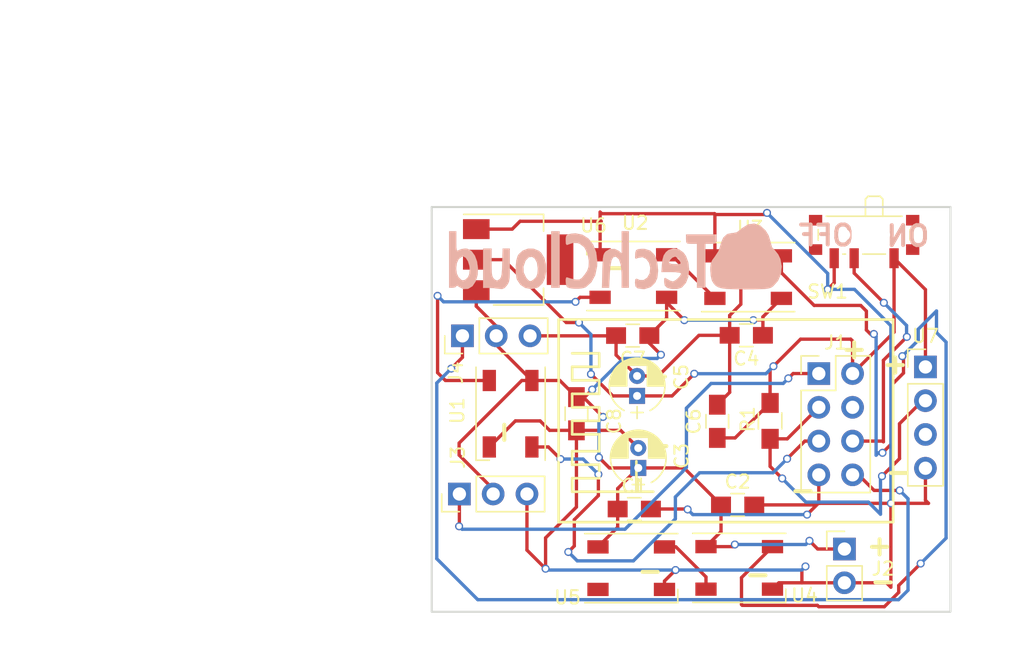
<source format=kicad_pcb>
(kicad_pcb (version 4) (host pcbnew 4.0.7)

  (general
    (links 49)
    (no_connects 0)
    (area 115.914999 55.504999 155.065001 86.105001)
    (thickness 1.6)
    (drawings 53)
    (tracks 290)
    (zones 0)
    (modules 22)
    (nets 16)
  )

  (page A4)
  (layers
    (0 F.Cu signal)
    (31 B.Cu signal)
    (32 B.Adhes user)
    (33 F.Adhes user)
    (34 B.Paste user)
    (35 F.Paste user)
    (36 B.SilkS user)
    (37 F.SilkS user)
    (38 B.Mask user)
    (39 F.Mask user)
    (40 Dwgs.User user)
    (41 Cmts.User user)
    (42 Eco1.User user)
    (43 Eco2.User user)
    (44 Edge.Cuts user)
    (45 Margin user)
    (46 B.CrtYd user)
    (47 F.CrtYd user)
    (48 B.Fab user)
    (49 F.Fab user)
  )

  (setup
    (last_trace_width 0.25)
    (trace_clearance 0.2)
    (zone_clearance 0.2)
    (zone_45_only no)
    (trace_min 0.2)
    (segment_width 0.2)
    (edge_width 0.15)
    (via_size 0.6)
    (via_drill 0.4)
    (via_min_size 0.4)
    (via_min_drill 0.3)
    (uvia_size 0.3)
    (uvia_drill 0.1)
    (uvias_allowed no)
    (uvia_min_size 0.2)
    (uvia_min_drill 0.1)
    (pcb_text_width 0.3)
    (pcb_text_size 1.5 1.5)
    (mod_edge_width 0.15)
    (mod_text_size 1 1)
    (mod_text_width 0.15)
    (pad_size 1.524 1.524)
    (pad_drill 0.762)
    (pad_to_mask_clearance 0.2)
    (aux_axis_origin 0 0)
    (visible_elements 7FFFFFFF)
    (pcbplotparams
      (layerselection 0x00030_80000001)
      (usegerberextensions false)
      (excludeedgelayer true)
      (linewidth 0.100000)
      (plotframeref false)
      (viasonmask false)
      (mode 1)
      (useauxorigin false)
      (hpglpennumber 1)
      (hpglpenspeed 20)
      (hpglpendiameter 15)
      (hpglpenoverlay 2)
      (psnegative false)
      (psa4output false)
      (plotreference true)
      (plotvalue true)
      (plotinvisibletext false)
      (padsonsilk false)
      (subtractmaskfromsilk false)
      (outputformat 1)
      (mirror false)
      (drillshape 1)
      (scaleselection 1)
      (outputdirectory ""))
  )

  (net 0 "")
  (net 1 +5V)
  (net 2 GND)
  (net 3 +3V3)
  (net 4 /RX)
  (net 5 /GPIO_0)
  (net 6 /GPIO_2)
  (net 7 /RESET)
  (net 8 /CH_PD)
  (net 9 /TX)
  (net 10 "Net-(U1-Pad2)")
  (net 11 "Net-(U2-Pad2)")
  (net 12 "Net-(U3-Pad2)")
  (net 13 "Net-(U4-Pad2)")
  (net 14 "Net-(U5-Pad2)")
  (net 15 "Net-(U7-Pad3)")

  (net_class Default "Esta es la clase de red por defecto."
    (clearance 0.2)
    (trace_width 0.25)
    (via_dia 0.6)
    (via_drill 0.4)
    (uvia_dia 0.3)
    (uvia_drill 0.1)
    (add_net +3V3)
    (add_net +5V)
    (add_net /CH_PD)
    (add_net /GPIO_0)
    (add_net /GPIO_2)
    (add_net /RESET)
    (add_net /RX)
    (add_net /TX)
    (add_net GND)
    (add_net "Net-(U1-Pad2)")
    (add_net "Net-(U2-Pad2)")
    (add_net "Net-(U3-Pad2)")
    (add_net "Net-(U4-Pad2)")
    (add_net "Net-(U5-Pad2)")
    (add_net "Net-(U7-Pad3)")
  )

  (module Pin_Headers:Pin_Header_Straight_2x04_Pitch2.54mm (layer F.Cu) (tedit 5AA3CC8E) (tstamp 5AA3C8C5)
    (at 145.091196 68.108452)
    (descr "Through hole straight pin header, 2x04, 2.54mm pitch, double rows")
    (tags "Through hole pin header THT 2x04 2.54mm double row")
    (path /5AA3BB70)
    (fp_text reference J1 (at 1.27 -2.33) (layer F.SilkS)
      (effects (font (size 1 1) (thickness 0.15)))
    )
    (fp_text value Conn_02x04_Top_Bottom (at 1.27 9.95) (layer F.Fab)
      (effects (font (size 1 1) (thickness 0.15)))
    )
    (fp_line (start 0 -1.27) (end 3.81 -1.27) (layer F.Fab) (width 0.1))
    (fp_line (start 3.81 -1.27) (end 3.81 8.89) (layer F.Fab) (width 0.1))
    (fp_line (start 3.81 8.89) (end -1.27 8.89) (layer F.Fab) (width 0.1))
    (fp_line (start -1.27 8.89) (end -1.27 0) (layer F.Fab) (width 0.1))
    (fp_line (start -1.27 0) (end 0 -1.27) (layer F.Fab) (width 0.1))
    (fp_line (start -1.33 8.95) (end 3.87 8.95) (layer F.SilkS) (width 0.12))
    (fp_line (start -1.33 1.27) (end -1.33 8.95) (layer F.SilkS) (width 0.12))
    (fp_line (start 3.87 -1.33) (end 3.87 8.95) (layer F.SilkS) (width 0.12))
    (fp_line (start -1.33 1.27) (end 1.27 1.27) (layer F.SilkS) (width 0.12))
    (fp_line (start 1.27 1.27) (end 1.27 -1.33) (layer F.SilkS) (width 0.12))
    (fp_line (start 1.27 -1.33) (end 3.87 -1.33) (layer F.SilkS) (width 0.12))
    (fp_line (start -1.33 0) (end -1.33 -1.33) (layer F.SilkS) (width 0.12))
    (fp_line (start -1.33 -1.33) (end 0 -1.33) (layer F.SilkS) (width 0.12))
    (fp_line (start -1.8 -1.8) (end -1.8 9.4) (layer F.CrtYd) (width 0.05))
    (fp_line (start -1.8 9.4) (end 4.35 9.4) (layer F.CrtYd) (width 0.05))
    (fp_line (start 4.35 9.4) (end 4.35 -1.8) (layer F.CrtYd) (width 0.05))
    (fp_line (start 4.35 -1.8) (end -1.8 -1.8) (layer F.CrtYd) (width 0.05))
    (fp_text user %R (at 1.27 3.81 90) (layer F.Fab)
      (effects (font (size 1 1) (thickness 0.15)))
    )
    (pad 1 thru_hole rect (at 0 0) (size 1.7 1.7) (drill 1) (layers *.Cu *.Mask)
      (net 4 /RX))
    (pad 5 thru_hole oval (at 2.54 0) (size 1.7 1.7) (drill 1) (layers *.Cu *.Mask)
      (net 3 +3V3))
    (pad 2 thru_hole oval (at 0 2.54) (size 1.7 1.7) (drill 1) (layers *.Cu *.Mask)
      (net 5 /GPIO_0))
    (pad 6 thru_hole oval (at 2.54 2.54) (size 1.7 1.7) (drill 1) (layers *.Cu *.Mask)
      (net 7 /RESET))
    (pad 3 thru_hole oval (at 0 5.08) (size 1.7 1.7) (drill 1) (layers *.Cu *.Mask)
      (net 6 /GPIO_2))
    (pad 7 thru_hole oval (at 2.54 5.08) (size 1.7 1.7) (drill 1) (layers *.Cu *.Mask)
      (net 8 /CH_PD))
    (pad 4 thru_hole oval (at 0 7.62) (size 1.7 1.7) (drill 1) (layers *.Cu *.Mask)
      (net 2 GND))
    (pad 8 thru_hole oval (at 2.54 7.62) (size 1.7 1.7) (drill 1) (layers *.Cu *.Mask)
      (net 9 /TX))
    (model ${KISYS3DMOD}/Pin_Headers.3dshapes/Pin_Header_Straight_2x04_Pitch2.54mm.wrl
      (at (xyz 0 0 0))
      (scale (xyz 1 1 1))
      (rotate (xyz 0 0 0))
    )
  )

  (module Capacitors_SMD:C_0805_HandSoldering (layer F.Cu) (tedit 58AA84A8) (tstamp 5AA3C88F)
    (at 131.22 78.3)
    (descr "Capacitor SMD 0805, hand soldering")
    (tags "capacitor 0805")
    (path /5A9AA584)
    (attr smd)
    (fp_text reference C1 (at 0 -1.75) (layer F.SilkS)
      (effects (font (size 1 1) (thickness 0.15)))
    )
    (fp_text value 100n (at 0 1.75) (layer F.Fab)
      (effects (font (size 1 1) (thickness 0.15)))
    )
    (fp_text user %R (at 0 -1.75) (layer F.Fab)
      (effects (font (size 1 1) (thickness 0.15)))
    )
    (fp_line (start -1 0.62) (end -1 -0.62) (layer F.Fab) (width 0.1))
    (fp_line (start 1 0.62) (end -1 0.62) (layer F.Fab) (width 0.1))
    (fp_line (start 1 -0.62) (end 1 0.62) (layer F.Fab) (width 0.1))
    (fp_line (start -1 -0.62) (end 1 -0.62) (layer F.Fab) (width 0.1))
    (fp_line (start 0.5 -0.85) (end -0.5 -0.85) (layer F.SilkS) (width 0.12))
    (fp_line (start -0.5 0.85) (end 0.5 0.85) (layer F.SilkS) (width 0.12))
    (fp_line (start -2.25 -0.88) (end 2.25 -0.88) (layer F.CrtYd) (width 0.05))
    (fp_line (start -2.25 -0.88) (end -2.25 0.87) (layer F.CrtYd) (width 0.05))
    (fp_line (start 2.25 0.87) (end 2.25 -0.88) (layer F.CrtYd) (width 0.05))
    (fp_line (start 2.25 0.87) (end -2.25 0.87) (layer F.CrtYd) (width 0.05))
    (pad 1 smd rect (at -1.25 0) (size 1.5 1.25) (layers F.Cu F.Paste F.Mask)
      (net 1 +5V))
    (pad 2 smd rect (at 1.25 0) (size 1.5 1.25) (layers F.Cu F.Paste F.Mask)
      (net 2 GND))
    (model Capacitors_SMD.3dshapes/C_0805.wrl
      (at (xyz 0 0 0))
      (scale (xyz 1 1 1))
      (rotate (xyz 0 0 0))
    )
  )

  (module Capacitors_SMD:C_0805_HandSoldering (layer F.Cu) (tedit 58AA84A8) (tstamp 5AA3C895)
    (at 138.99 77.99)
    (descr "Capacitor SMD 0805, hand soldering")
    (tags "capacitor 0805")
    (path /5A9AA7EF)
    (attr smd)
    (fp_text reference C2 (at 0 -1.75) (layer F.SilkS)
      (effects (font (size 1 1) (thickness 0.15)))
    )
    (fp_text value 100n (at 0 1.75) (layer F.Fab)
      (effects (font (size 1 1) (thickness 0.15)))
    )
    (fp_text user %R (at 0 -1.75) (layer F.Fab)
      (effects (font (size 1 1) (thickness 0.15)))
    )
    (fp_line (start -1 0.62) (end -1 -0.62) (layer F.Fab) (width 0.1))
    (fp_line (start 1 0.62) (end -1 0.62) (layer F.Fab) (width 0.1))
    (fp_line (start 1 -0.62) (end 1 0.62) (layer F.Fab) (width 0.1))
    (fp_line (start -1 -0.62) (end 1 -0.62) (layer F.Fab) (width 0.1))
    (fp_line (start 0.5 -0.85) (end -0.5 -0.85) (layer F.SilkS) (width 0.12))
    (fp_line (start -0.5 0.85) (end 0.5 0.85) (layer F.SilkS) (width 0.12))
    (fp_line (start -2.25 -0.88) (end 2.25 -0.88) (layer F.CrtYd) (width 0.05))
    (fp_line (start -2.25 -0.88) (end -2.25 0.87) (layer F.CrtYd) (width 0.05))
    (fp_line (start 2.25 0.87) (end 2.25 -0.88) (layer F.CrtYd) (width 0.05))
    (fp_line (start 2.25 0.87) (end -2.25 0.87) (layer F.CrtYd) (width 0.05))
    (pad 1 smd rect (at -1.25 0) (size 1.5 1.25) (layers F.Cu F.Paste F.Mask)
      (net 1 +5V))
    (pad 2 smd rect (at 1.25 0) (size 1.5 1.25) (layers F.Cu F.Paste F.Mask)
      (net 2 GND))
    (model Capacitors_SMD.3dshapes/C_0805.wrl
      (at (xyz 0 0 0))
      (scale (xyz 1 1 1))
      (rotate (xyz 0 0 0))
    )
  )

  (module Capacitors_THT:CP_Radial_D4.0mm_P1.50mm (layer F.Cu) (tedit 5AACF23D) (tstamp 5AA3C89B)
    (at 131.52 75.21 90)
    (descr "CP, Radial series, Radial, pin pitch=1.50mm, , diameter=4mm, Electrolytic Capacitor")
    (tags "CP Radial series Radial pin pitch 1.50mm  diameter 4mm Electrolytic Capacitor")
    (path /5A9A88BB)
    (fp_text reference C3 (at 0.9 3.26 90) (layer F.SilkS)
      (effects (font (size 1 1) (thickness 0.15)))
    )
    (fp_text value 10uF (at 0.75 3.31 90) (layer F.Fab)
      (effects (font (size 1 1) (thickness 0.15)))
    )
    (fp_arc (start 0.75 0) (end -1.095996 -0.98) (angle 124.1) (layer F.SilkS) (width 0.12))
    (fp_arc (start 0.75 0) (end -1.095996 0.98) (angle -124.1) (layer F.SilkS) (width 0.12))
    (fp_arc (start 0.75 0) (end 2.595996 -0.98) (angle 55.9) (layer F.SilkS) (width 0.12))
    (fp_circle (center 0.75 0) (end 2.75 0) (layer F.Fab) (width 0.1))
    (fp_line (start -1.7 0) (end -0.8 0) (layer F.Fab) (width 0.1))
    (fp_line (start -1.25 -0.45) (end -1.25 0.45) (layer F.Fab) (width 0.1))
    (fp_line (start 0.75 0.78) (end 0.75 2.05) (layer F.SilkS) (width 0.12))
    (fp_line (start 0.75 -2.05) (end 0.75 -0.78) (layer F.SilkS) (width 0.12))
    (fp_line (start 0.79 -2.05) (end 0.79 -0.78) (layer F.SilkS) (width 0.12))
    (fp_line (start 0.79 0.78) (end 0.79 2.05) (layer F.SilkS) (width 0.12))
    (fp_line (start 0.83 -2.049) (end 0.83 -0.78) (layer F.SilkS) (width 0.12))
    (fp_line (start 0.83 0.78) (end 0.83 2.049) (layer F.SilkS) (width 0.12))
    (fp_line (start 0.87 -2.047) (end 0.87 -0.78) (layer F.SilkS) (width 0.12))
    (fp_line (start 0.87 0.78) (end 0.87 2.047) (layer F.SilkS) (width 0.12))
    (fp_line (start 0.91 -2.044) (end 0.91 -0.78) (layer F.SilkS) (width 0.12))
    (fp_line (start 0.91 0.78) (end 0.91 2.044) (layer F.SilkS) (width 0.12))
    (fp_line (start 0.95 -2.041) (end 0.95 -0.78) (layer F.SilkS) (width 0.12))
    (fp_line (start 0.95 0.78) (end 0.95 2.041) (layer F.SilkS) (width 0.12))
    (fp_line (start 0.99 -2.037) (end 0.99 -0.78) (layer F.SilkS) (width 0.12))
    (fp_line (start 0.99 0.78) (end 0.99 2.037) (layer F.SilkS) (width 0.12))
    (fp_line (start 1.03 -2.032) (end 1.03 -0.78) (layer F.SilkS) (width 0.12))
    (fp_line (start 1.03 0.78) (end 1.03 2.032) (layer F.SilkS) (width 0.12))
    (fp_line (start 1.07 -2.026) (end 1.07 -0.78) (layer F.SilkS) (width 0.12))
    (fp_line (start 1.07 0.78) (end 1.07 2.026) (layer F.SilkS) (width 0.12))
    (fp_line (start 1.11 -2.019) (end 1.11 -0.78) (layer F.SilkS) (width 0.12))
    (fp_line (start 1.11 0.78) (end 1.11 2.019) (layer F.SilkS) (width 0.12))
    (fp_line (start 1.15 -2.012) (end 1.15 -0.78) (layer F.SilkS) (width 0.12))
    (fp_line (start 1.15 0.78) (end 1.15 2.012) (layer F.SilkS) (width 0.12))
    (fp_line (start 1.19 -2.004) (end 1.19 -0.78) (layer F.SilkS) (width 0.12))
    (fp_line (start 1.19 0.78) (end 1.19 2.004) (layer F.SilkS) (width 0.12))
    (fp_line (start 1.23 -1.995) (end 1.23 -0.78) (layer F.SilkS) (width 0.12))
    (fp_line (start 1.23 0.78) (end 1.23 1.995) (layer F.SilkS) (width 0.12))
    (fp_line (start 1.27 -1.985) (end 1.27 -0.78) (layer F.SilkS) (width 0.12))
    (fp_line (start 1.27 0.78) (end 1.27 1.985) (layer F.SilkS) (width 0.12))
    (fp_line (start 1.31 -1.974) (end 1.31 -0.78) (layer F.SilkS) (width 0.12))
    (fp_line (start 1.31 0.78) (end 1.31 1.974) (layer F.SilkS) (width 0.12))
    (fp_line (start 1.35 -1.963) (end 1.35 -0.78) (layer F.SilkS) (width 0.12))
    (fp_line (start 1.35 0.78) (end 1.35 1.963) (layer F.SilkS) (width 0.12))
    (fp_line (start 1.39 -1.95) (end 1.39 -0.78) (layer F.SilkS) (width 0.12))
    (fp_line (start 1.39 0.78) (end 1.39 1.95) (layer F.SilkS) (width 0.12))
    (fp_line (start 1.43 -1.937) (end 1.43 -0.78) (layer F.SilkS) (width 0.12))
    (fp_line (start 1.43 0.78) (end 1.43 1.937) (layer F.SilkS) (width 0.12))
    (fp_line (start 1.471 -1.923) (end 1.471 -0.78) (layer F.SilkS) (width 0.12))
    (fp_line (start 1.471 0.78) (end 1.471 1.923) (layer F.SilkS) (width 0.12))
    (fp_line (start 1.511 -1.907) (end 1.511 -0.78) (layer F.SilkS) (width 0.12))
    (fp_line (start 1.511 0.78) (end 1.511 1.907) (layer F.SilkS) (width 0.12))
    (fp_line (start 1.551 -1.891) (end 1.551 -0.78) (layer F.SilkS) (width 0.12))
    (fp_line (start 1.551 0.78) (end 1.551 1.891) (layer F.SilkS) (width 0.12))
    (fp_line (start 1.591 -1.874) (end 1.591 -0.78) (layer F.SilkS) (width 0.12))
    (fp_line (start 1.591 0.78) (end 1.591 1.874) (layer F.SilkS) (width 0.12))
    (fp_line (start 1.631 -1.856) (end 1.631 -0.78) (layer F.SilkS) (width 0.12))
    (fp_line (start 1.631 0.78) (end 1.631 1.856) (layer F.SilkS) (width 0.12))
    (fp_line (start 1.671 -1.837) (end 1.671 -0.78) (layer F.SilkS) (width 0.12))
    (fp_line (start 1.671 0.78) (end 1.671 1.837) (layer F.SilkS) (width 0.12))
    (fp_line (start 1.711 -1.817) (end 1.711 -0.78) (layer F.SilkS) (width 0.12))
    (fp_line (start 1.711 0.78) (end 1.711 1.817) (layer F.SilkS) (width 0.12))
    (fp_line (start 1.751 -1.796) (end 1.751 -0.78) (layer F.SilkS) (width 0.12))
    (fp_line (start 1.751 0.78) (end 1.751 1.796) (layer F.SilkS) (width 0.12))
    (fp_line (start 1.791 -1.773) (end 1.791 -0.78) (layer F.SilkS) (width 0.12))
    (fp_line (start 1.791 0.78) (end 1.791 1.773) (layer F.SilkS) (width 0.12))
    (fp_line (start 1.831 -1.75) (end 1.831 -0.78) (layer F.SilkS) (width 0.12))
    (fp_line (start 1.831 0.78) (end 1.831 1.75) (layer F.SilkS) (width 0.12))
    (fp_line (start 1.871 -1.725) (end 1.871 -0.78) (layer F.SilkS) (width 0.12))
    (fp_line (start 1.871 0.78) (end 1.871 1.725) (layer F.SilkS) (width 0.12))
    (fp_line (start 1.911 -1.699) (end 1.911 -0.78) (layer F.SilkS) (width 0.12))
    (fp_line (start 1.911 0.78) (end 1.911 1.699) (layer F.SilkS) (width 0.12))
    (fp_line (start 1.951 -1.672) (end 1.951 -0.78) (layer F.SilkS) (width 0.12))
    (fp_line (start 1.951 0.78) (end 1.951 1.672) (layer F.SilkS) (width 0.12))
    (fp_line (start 1.991 -1.643) (end 1.991 -0.78) (layer F.SilkS) (width 0.12))
    (fp_line (start 1.991 0.78) (end 1.991 1.643) (layer F.SilkS) (width 0.12))
    (fp_line (start 2.031 -1.613) (end 2.031 -0.78) (layer F.SilkS) (width 0.12))
    (fp_line (start 2.031 0.78) (end 2.031 1.613) (layer F.SilkS) (width 0.12))
    (fp_line (start 2.071 -1.581) (end 2.071 -0.78) (layer F.SilkS) (width 0.12))
    (fp_line (start 2.071 0.78) (end 2.071 1.581) (layer F.SilkS) (width 0.12))
    (fp_line (start 2.111 -1.547) (end 2.111 -0.78) (layer F.SilkS) (width 0.12))
    (fp_line (start 2.111 0.78) (end 2.111 1.547) (layer F.SilkS) (width 0.12))
    (fp_line (start 2.151 -1.512) (end 2.151 -0.78) (layer F.SilkS) (width 0.12))
    (fp_line (start 2.151 0.78) (end 2.151 1.512) (layer F.SilkS) (width 0.12))
    (fp_line (start 2.191 -1.475) (end 2.191 -0.78) (layer F.SilkS) (width 0.12))
    (fp_line (start 2.191 0.78) (end 2.191 1.475) (layer F.SilkS) (width 0.12))
    (fp_line (start 2.231 -1.436) (end 2.231 -0.78) (layer F.SilkS) (width 0.12))
    (fp_line (start 2.231 0.78) (end 2.231 1.436) (layer F.SilkS) (width 0.12))
    (fp_line (start 2.271 -1.395) (end 2.271 -0.78) (layer F.SilkS) (width 0.12))
    (fp_line (start 2.271 0.78) (end 2.271 1.395) (layer F.SilkS) (width 0.12))
    (fp_line (start 2.311 -1.351) (end 2.311 1.351) (layer F.SilkS) (width 0.12))
    (fp_line (start 2.351 -1.305) (end 2.351 1.305) (layer F.SilkS) (width 0.12))
    (fp_line (start 2.391 -1.256) (end 2.391 1.256) (layer F.SilkS) (width 0.12))
    (fp_line (start 2.431 -1.204) (end 2.431 1.204) (layer F.SilkS) (width 0.12))
    (fp_line (start 2.471 -1.148) (end 2.471 1.148) (layer F.SilkS) (width 0.12))
    (fp_line (start 2.511 -1.088) (end 2.511 1.088) (layer F.SilkS) (width 0.12))
    (fp_line (start 2.551 -1.023) (end 2.551 1.023) (layer F.SilkS) (width 0.12))
    (fp_line (start 2.591 -0.952) (end 2.591 0.952) (layer F.SilkS) (width 0.12))
    (fp_line (start 2.631 -0.874) (end 2.631 0.874) (layer F.SilkS) (width 0.12))
    (fp_line (start 2.671 -0.786) (end 2.671 0.786) (layer F.SilkS) (width 0.12))
    (fp_line (start 2.711 -0.686) (end 2.711 0.686) (layer F.SilkS) (width 0.12))
    (fp_line (start 2.751 -0.567) (end 2.751 0.567) (layer F.SilkS) (width 0.12))
    (fp_line (start 2.791 -0.415) (end 2.791 0.415) (layer F.SilkS) (width 0.12))
    (fp_line (start 2.831 -0.165) (end 2.831 0.165) (layer F.SilkS) (width 0.12))
    (fp_line (start -1.7 0) (end -0.8 0) (layer F.SilkS) (width 0.12))
    (fp_line (start -1.25 -0.45) (end -1.25 0.45) (layer F.SilkS) (width 0.12))
    (fp_line (start -1.6 -2.35) (end -1.6 2.35) (layer F.CrtYd) (width 0.05))
    (fp_line (start -1.6 2.35) (end 3.1 2.35) (layer F.CrtYd) (width 0.05))
    (fp_line (start 3.1 2.35) (end 3.1 -2.35) (layer F.CrtYd) (width 0.05))
    (fp_line (start 3.1 -2.35) (end -1.6 -2.35) (layer F.CrtYd) (width 0.05))
    (fp_text user %R (at 0.75 0 90) (layer F.Fab)
      (effects (font (size 1 1) (thickness 0.15)))
    )
    (pad 1 thru_hole rect (at 0 0 90) (size 1.2 1.2) (drill 0.6) (layers *.Cu *.Mask)
      (net 1 +5V))
    (pad 2 thru_hole circle (at 1.5 0 90) (size 1.2 1.2) (drill 0.6) (layers *.Cu *.Mask)
      (net 2 GND))
    (model ${KISYS3DMOD}/Capacitors_THT.3dshapes/CP_Radial_D4.0mm_P1.50mm.wrl
      (at (xyz 0 0 0))
      (scale (xyz 1 1 1))
      (rotate (xyz 0 0 0))
    )
  )

  (module Capacitors_SMD:C_0805_HandSoldering (layer F.Cu) (tedit 58AA84A8) (tstamp 5AA3C8A1)
    (at 139.64 65.23 180)
    (descr "Capacitor SMD 0805, hand soldering")
    (tags "capacitor 0805")
    (path /5A9AAD5D)
    (attr smd)
    (fp_text reference C4 (at 0 -1.75 180) (layer F.SilkS)
      (effects (font (size 1 1) (thickness 0.15)))
    )
    (fp_text value 100n (at 0 1.75 180) (layer F.Fab)
      (effects (font (size 1 1) (thickness 0.15)))
    )
    (fp_text user %R (at 0 -1.75 180) (layer F.Fab)
      (effects (font (size 1 1) (thickness 0.15)))
    )
    (fp_line (start -1 0.62) (end -1 -0.62) (layer F.Fab) (width 0.1))
    (fp_line (start 1 0.62) (end -1 0.62) (layer F.Fab) (width 0.1))
    (fp_line (start 1 -0.62) (end 1 0.62) (layer F.Fab) (width 0.1))
    (fp_line (start -1 -0.62) (end 1 -0.62) (layer F.Fab) (width 0.1))
    (fp_line (start 0.5 -0.85) (end -0.5 -0.85) (layer F.SilkS) (width 0.12))
    (fp_line (start -0.5 0.85) (end 0.5 0.85) (layer F.SilkS) (width 0.12))
    (fp_line (start -2.25 -0.88) (end 2.25 -0.88) (layer F.CrtYd) (width 0.05))
    (fp_line (start -2.25 -0.88) (end -2.25 0.87) (layer F.CrtYd) (width 0.05))
    (fp_line (start 2.25 0.87) (end 2.25 -0.88) (layer F.CrtYd) (width 0.05))
    (fp_line (start 2.25 0.87) (end -2.25 0.87) (layer F.CrtYd) (width 0.05))
    (pad 1 smd rect (at -1.25 0 180) (size 1.5 1.25) (layers F.Cu F.Paste F.Mask)
      (net 1 +5V))
    (pad 2 smd rect (at 1.25 0 180) (size 1.5 1.25) (layers F.Cu F.Paste F.Mask)
      (net 2 GND))
    (model Capacitors_SMD.3dshapes/C_0805.wrl
      (at (xyz 0 0 0))
      (scale (xyz 1 1 1))
      (rotate (xyz 0 0 0))
    )
  )

  (module Capacitors_THT:CP_Radial_D4.0mm_P1.50mm (layer F.Cu) (tedit 5AACF241) (tstamp 5AA3C8A7)
    (at 131.43 69.79 90)
    (descr "CP, Radial series, Radial, pin pitch=1.50mm, , diameter=4mm, Electrolytic Capacitor")
    (tags "CP Radial series Radial pin pitch 1.50mm  diameter 4mm Electrolytic Capacitor")
    (path /5A9A88DA)
    (fp_text reference C5 (at 1.42 3.32 90) (layer F.SilkS)
      (effects (font (size 1 1) (thickness 0.15)))
    )
    (fp_text value 22uF (at 0.75 3.31 90) (layer F.Fab)
      (effects (font (size 1 1) (thickness 0.15)))
    )
    (fp_arc (start 0.75 0) (end -1.095996 -0.98) (angle 124.1) (layer F.SilkS) (width 0.12))
    (fp_arc (start 0.75 0) (end -1.095996 0.98) (angle -124.1) (layer F.SilkS) (width 0.12))
    (fp_arc (start 0.75 0) (end 2.595996 -0.98) (angle 55.9) (layer F.SilkS) (width 0.12))
    (fp_circle (center 0.75 0) (end 2.75 0) (layer F.Fab) (width 0.1))
    (fp_line (start -1.7 0) (end -0.8 0) (layer F.Fab) (width 0.1))
    (fp_line (start -1.25 -0.45) (end -1.25 0.45) (layer F.Fab) (width 0.1))
    (fp_line (start 0.75 0.78) (end 0.75 2.05) (layer F.SilkS) (width 0.12))
    (fp_line (start 0.75 -2.05) (end 0.75 -0.78) (layer F.SilkS) (width 0.12))
    (fp_line (start 0.79 -2.05) (end 0.79 -0.78) (layer F.SilkS) (width 0.12))
    (fp_line (start 0.79 0.78) (end 0.79 2.05) (layer F.SilkS) (width 0.12))
    (fp_line (start 0.83 -2.049) (end 0.83 -0.78) (layer F.SilkS) (width 0.12))
    (fp_line (start 0.83 0.78) (end 0.83 2.049) (layer F.SilkS) (width 0.12))
    (fp_line (start 0.87 -2.047) (end 0.87 -0.78) (layer F.SilkS) (width 0.12))
    (fp_line (start 0.87 0.78) (end 0.87 2.047) (layer F.SilkS) (width 0.12))
    (fp_line (start 0.91 -2.044) (end 0.91 -0.78) (layer F.SilkS) (width 0.12))
    (fp_line (start 0.91 0.78) (end 0.91 2.044) (layer F.SilkS) (width 0.12))
    (fp_line (start 0.95 -2.041) (end 0.95 -0.78) (layer F.SilkS) (width 0.12))
    (fp_line (start 0.95 0.78) (end 0.95 2.041) (layer F.SilkS) (width 0.12))
    (fp_line (start 0.99 -2.037) (end 0.99 -0.78) (layer F.SilkS) (width 0.12))
    (fp_line (start 0.99 0.78) (end 0.99 2.037) (layer F.SilkS) (width 0.12))
    (fp_line (start 1.03 -2.032) (end 1.03 -0.78) (layer F.SilkS) (width 0.12))
    (fp_line (start 1.03 0.78) (end 1.03 2.032) (layer F.SilkS) (width 0.12))
    (fp_line (start 1.07 -2.026) (end 1.07 -0.78) (layer F.SilkS) (width 0.12))
    (fp_line (start 1.07 0.78) (end 1.07 2.026) (layer F.SilkS) (width 0.12))
    (fp_line (start 1.11 -2.019) (end 1.11 -0.78) (layer F.SilkS) (width 0.12))
    (fp_line (start 1.11 0.78) (end 1.11 2.019) (layer F.SilkS) (width 0.12))
    (fp_line (start 1.15 -2.012) (end 1.15 -0.78) (layer F.SilkS) (width 0.12))
    (fp_line (start 1.15 0.78) (end 1.15 2.012) (layer F.SilkS) (width 0.12))
    (fp_line (start 1.19 -2.004) (end 1.19 -0.78) (layer F.SilkS) (width 0.12))
    (fp_line (start 1.19 0.78) (end 1.19 2.004) (layer F.SilkS) (width 0.12))
    (fp_line (start 1.23 -1.995) (end 1.23 -0.78) (layer F.SilkS) (width 0.12))
    (fp_line (start 1.23 0.78) (end 1.23 1.995) (layer F.SilkS) (width 0.12))
    (fp_line (start 1.27 -1.985) (end 1.27 -0.78) (layer F.SilkS) (width 0.12))
    (fp_line (start 1.27 0.78) (end 1.27 1.985) (layer F.SilkS) (width 0.12))
    (fp_line (start 1.31 -1.974) (end 1.31 -0.78) (layer F.SilkS) (width 0.12))
    (fp_line (start 1.31 0.78) (end 1.31 1.974) (layer F.SilkS) (width 0.12))
    (fp_line (start 1.35 -1.963) (end 1.35 -0.78) (layer F.SilkS) (width 0.12))
    (fp_line (start 1.35 0.78) (end 1.35 1.963) (layer F.SilkS) (width 0.12))
    (fp_line (start 1.39 -1.95) (end 1.39 -0.78) (layer F.SilkS) (width 0.12))
    (fp_line (start 1.39 0.78) (end 1.39 1.95) (layer F.SilkS) (width 0.12))
    (fp_line (start 1.43 -1.937) (end 1.43 -0.78) (layer F.SilkS) (width 0.12))
    (fp_line (start 1.43 0.78) (end 1.43 1.937) (layer F.SilkS) (width 0.12))
    (fp_line (start 1.471 -1.923) (end 1.471 -0.78) (layer F.SilkS) (width 0.12))
    (fp_line (start 1.471 0.78) (end 1.471 1.923) (layer F.SilkS) (width 0.12))
    (fp_line (start 1.511 -1.907) (end 1.511 -0.78) (layer F.SilkS) (width 0.12))
    (fp_line (start 1.511 0.78) (end 1.511 1.907) (layer F.SilkS) (width 0.12))
    (fp_line (start 1.551 -1.891) (end 1.551 -0.78) (layer F.SilkS) (width 0.12))
    (fp_line (start 1.551 0.78) (end 1.551 1.891) (layer F.SilkS) (width 0.12))
    (fp_line (start 1.591 -1.874) (end 1.591 -0.78) (layer F.SilkS) (width 0.12))
    (fp_line (start 1.591 0.78) (end 1.591 1.874) (layer F.SilkS) (width 0.12))
    (fp_line (start 1.631 -1.856) (end 1.631 -0.78) (layer F.SilkS) (width 0.12))
    (fp_line (start 1.631 0.78) (end 1.631 1.856) (layer F.SilkS) (width 0.12))
    (fp_line (start 1.671 -1.837) (end 1.671 -0.78) (layer F.SilkS) (width 0.12))
    (fp_line (start 1.671 0.78) (end 1.671 1.837) (layer F.SilkS) (width 0.12))
    (fp_line (start 1.711 -1.817) (end 1.711 -0.78) (layer F.SilkS) (width 0.12))
    (fp_line (start 1.711 0.78) (end 1.711 1.817) (layer F.SilkS) (width 0.12))
    (fp_line (start 1.751 -1.796) (end 1.751 -0.78) (layer F.SilkS) (width 0.12))
    (fp_line (start 1.751 0.78) (end 1.751 1.796) (layer F.SilkS) (width 0.12))
    (fp_line (start 1.791 -1.773) (end 1.791 -0.78) (layer F.SilkS) (width 0.12))
    (fp_line (start 1.791 0.78) (end 1.791 1.773) (layer F.SilkS) (width 0.12))
    (fp_line (start 1.831 -1.75) (end 1.831 -0.78) (layer F.SilkS) (width 0.12))
    (fp_line (start 1.831 0.78) (end 1.831 1.75) (layer F.SilkS) (width 0.12))
    (fp_line (start 1.871 -1.725) (end 1.871 -0.78) (layer F.SilkS) (width 0.12))
    (fp_line (start 1.871 0.78) (end 1.871 1.725) (layer F.SilkS) (width 0.12))
    (fp_line (start 1.911 -1.699) (end 1.911 -0.78) (layer F.SilkS) (width 0.12))
    (fp_line (start 1.911 0.78) (end 1.911 1.699) (layer F.SilkS) (width 0.12))
    (fp_line (start 1.951 -1.672) (end 1.951 -0.78) (layer F.SilkS) (width 0.12))
    (fp_line (start 1.951 0.78) (end 1.951 1.672) (layer F.SilkS) (width 0.12))
    (fp_line (start 1.991 -1.643) (end 1.991 -0.78) (layer F.SilkS) (width 0.12))
    (fp_line (start 1.991 0.78) (end 1.991 1.643) (layer F.SilkS) (width 0.12))
    (fp_line (start 2.031 -1.613) (end 2.031 -0.78) (layer F.SilkS) (width 0.12))
    (fp_line (start 2.031 0.78) (end 2.031 1.613) (layer F.SilkS) (width 0.12))
    (fp_line (start 2.071 -1.581) (end 2.071 -0.78) (layer F.SilkS) (width 0.12))
    (fp_line (start 2.071 0.78) (end 2.071 1.581) (layer F.SilkS) (width 0.12))
    (fp_line (start 2.111 -1.547) (end 2.111 -0.78) (layer F.SilkS) (width 0.12))
    (fp_line (start 2.111 0.78) (end 2.111 1.547) (layer F.SilkS) (width 0.12))
    (fp_line (start 2.151 -1.512) (end 2.151 -0.78) (layer F.SilkS) (width 0.12))
    (fp_line (start 2.151 0.78) (end 2.151 1.512) (layer F.SilkS) (width 0.12))
    (fp_line (start 2.191 -1.475) (end 2.191 -0.78) (layer F.SilkS) (width 0.12))
    (fp_line (start 2.191 0.78) (end 2.191 1.475) (layer F.SilkS) (width 0.12))
    (fp_line (start 2.231 -1.436) (end 2.231 -0.78) (layer F.SilkS) (width 0.12))
    (fp_line (start 2.231 0.78) (end 2.231 1.436) (layer F.SilkS) (width 0.12))
    (fp_line (start 2.271 -1.395) (end 2.271 -0.78) (layer F.SilkS) (width 0.12))
    (fp_line (start 2.271 0.78) (end 2.271 1.395) (layer F.SilkS) (width 0.12))
    (fp_line (start 2.311 -1.351) (end 2.311 1.351) (layer F.SilkS) (width 0.12))
    (fp_line (start 2.351 -1.305) (end 2.351 1.305) (layer F.SilkS) (width 0.12))
    (fp_line (start 2.391 -1.256) (end 2.391 1.256) (layer F.SilkS) (width 0.12))
    (fp_line (start 2.431 -1.204) (end 2.431 1.204) (layer F.SilkS) (width 0.12))
    (fp_line (start 2.471 -1.148) (end 2.471 1.148) (layer F.SilkS) (width 0.12))
    (fp_line (start 2.511 -1.088) (end 2.511 1.088) (layer F.SilkS) (width 0.12))
    (fp_line (start 2.551 -1.023) (end 2.551 1.023) (layer F.SilkS) (width 0.12))
    (fp_line (start 2.591 -0.952) (end 2.591 0.952) (layer F.SilkS) (width 0.12))
    (fp_line (start 2.631 -0.874) (end 2.631 0.874) (layer F.SilkS) (width 0.12))
    (fp_line (start 2.671 -0.786) (end 2.671 0.786) (layer F.SilkS) (width 0.12))
    (fp_line (start 2.711 -0.686) (end 2.711 0.686) (layer F.SilkS) (width 0.12))
    (fp_line (start 2.751 -0.567) (end 2.751 0.567) (layer F.SilkS) (width 0.12))
    (fp_line (start 2.791 -0.415) (end 2.791 0.415) (layer F.SilkS) (width 0.12))
    (fp_line (start 2.831 -0.165) (end 2.831 0.165) (layer F.SilkS) (width 0.12))
    (fp_line (start -1.7 0) (end -0.8 0) (layer F.SilkS) (width 0.12))
    (fp_line (start -1.25 -0.45) (end -1.25 0.45) (layer F.SilkS) (width 0.12))
    (fp_line (start -1.6 -2.35) (end -1.6 2.35) (layer F.CrtYd) (width 0.05))
    (fp_line (start -1.6 2.35) (end 3.1 2.35) (layer F.CrtYd) (width 0.05))
    (fp_line (start 3.1 2.35) (end 3.1 -2.35) (layer F.CrtYd) (width 0.05))
    (fp_line (start 3.1 -2.35) (end -1.6 -2.35) (layer F.CrtYd) (width 0.05))
    (fp_text user %R (at 0.75 0 90) (layer F.Fab)
      (effects (font (size 1 1) (thickness 0.15)))
    )
    (pad 1 thru_hole rect (at 0 0 90) (size 1.2 1.2) (drill 0.6) (layers *.Cu *.Mask)
      (net 3 +3V3))
    (pad 2 thru_hole circle (at 1.5 0 90) (size 1.2 1.2) (drill 0.6) (layers *.Cu *.Mask)
      (net 2 GND))
    (model ${KISYS3DMOD}/Capacitors_THT.3dshapes/CP_Radial_D4.0mm_P1.50mm.wrl
      (at (xyz 0 0 0))
      (scale (xyz 1 1 1))
      (rotate (xyz 0 0 0))
    )
  )

  (module Capacitors_SMD:C_0805_HandSoldering (layer F.Cu) (tedit 5AACF1F8) (tstamp 5AA3C8AD)
    (at 137.46 71.7 90)
    (descr "Capacitor SMD 0805, hand soldering")
    (tags "capacitor 0805")
    (path /5A9A8912)
    (attr smd)
    (fp_text reference C6 (at -0.01 -1.78 90) (layer F.SilkS)
      (effects (font (size 1 1) (thickness 0.15)))
    )
    (fp_text value 100n (at 0 1.75 90) (layer F.Fab)
      (effects (font (size 1 1) (thickness 0.15)))
    )
    (fp_text user %R (at 0 -1.75 90) (layer F.Fab)
      (effects (font (size 1 1) (thickness 0.15)))
    )
    (fp_line (start -1 0.62) (end -1 -0.62) (layer F.Fab) (width 0.1))
    (fp_line (start 1 0.62) (end -1 0.62) (layer F.Fab) (width 0.1))
    (fp_line (start 1 -0.62) (end 1 0.62) (layer F.Fab) (width 0.1))
    (fp_line (start -1 -0.62) (end 1 -0.62) (layer F.Fab) (width 0.1))
    (fp_line (start 0.5 -0.85) (end -0.5 -0.85) (layer F.SilkS) (width 0.12))
    (fp_line (start -0.5 0.85) (end 0.5 0.85) (layer F.SilkS) (width 0.12))
    (fp_line (start -2.25 -0.88) (end 2.25 -0.88) (layer F.CrtYd) (width 0.05))
    (fp_line (start -2.25 -0.88) (end -2.25 0.87) (layer F.CrtYd) (width 0.05))
    (fp_line (start 2.25 0.87) (end 2.25 -0.88) (layer F.CrtYd) (width 0.05))
    (fp_line (start 2.25 0.87) (end -2.25 0.87) (layer F.CrtYd) (width 0.05))
    (pad 1 smd rect (at -1.25 0 90) (size 1.5 1.25) (layers F.Cu F.Paste F.Mask)
      (net 3 +3V3))
    (pad 2 smd rect (at 1.25 0 90) (size 1.5 1.25) (layers F.Cu F.Paste F.Mask)
      (net 2 GND))
    (model Capacitors_SMD.3dshapes/C_0805.wrl
      (at (xyz 0 0 0))
      (scale (xyz 1 1 1))
      (rotate (xyz 0 0 0))
    )
  )

  (module Capacitors_SMD:C_0805_HandSoldering (layer F.Cu) (tedit 58AA84A8) (tstamp 5AA3C8B3)
    (at 131.1 65.25 180)
    (descr "Capacitor SMD 0805, hand soldering")
    (tags "capacitor 0805")
    (path /5A9AAF3E)
    (attr smd)
    (fp_text reference C7 (at 0 -1.75 180) (layer F.SilkS)
      (effects (font (size 1 1) (thickness 0.15)))
    )
    (fp_text value 100n (at 0 1.75 180) (layer F.Fab)
      (effects (font (size 1 1) (thickness 0.15)))
    )
    (fp_text user %R (at 0 -1.75 180) (layer F.Fab)
      (effects (font (size 1 1) (thickness 0.15)))
    )
    (fp_line (start -1 0.62) (end -1 -0.62) (layer F.Fab) (width 0.1))
    (fp_line (start 1 0.62) (end -1 0.62) (layer F.Fab) (width 0.1))
    (fp_line (start 1 -0.62) (end 1 0.62) (layer F.Fab) (width 0.1))
    (fp_line (start -1 -0.62) (end 1 -0.62) (layer F.Fab) (width 0.1))
    (fp_line (start 0.5 -0.85) (end -0.5 -0.85) (layer F.SilkS) (width 0.12))
    (fp_line (start -0.5 0.85) (end 0.5 0.85) (layer F.SilkS) (width 0.12))
    (fp_line (start -2.25 -0.88) (end 2.25 -0.88) (layer F.CrtYd) (width 0.05))
    (fp_line (start -2.25 -0.88) (end -2.25 0.87) (layer F.CrtYd) (width 0.05))
    (fp_line (start 2.25 0.87) (end 2.25 -0.88) (layer F.CrtYd) (width 0.05))
    (fp_line (start 2.25 0.87) (end -2.25 0.87) (layer F.CrtYd) (width 0.05))
    (pad 1 smd rect (at -1.25 0 180) (size 1.5 1.25) (layers F.Cu F.Paste F.Mask)
      (net 1 +5V))
    (pad 2 smd rect (at 1.25 0 180) (size 1.5 1.25) (layers F.Cu F.Paste F.Mask)
      (net 2 GND))
    (model Capacitors_SMD.3dshapes/C_0805.wrl
      (at (xyz 0 0 0))
      (scale (xyz 1 1 1))
      (rotate (xyz 0 0 0))
    )
  )

  (module Capacitors_SMD:C_0805_HandSoldering (layer F.Cu) (tedit 5AACFA55) (tstamp 5AA3C8B9)
    (at 126.87 71.13 270)
    (descr "Capacitor SMD 0805, hand soldering")
    (tags "capacitor 0805")
    (path /5A9AB24E)
    (attr smd)
    (fp_text reference C8 (at 0.56 -2.83 270) (layer F.SilkS)
      (effects (font (size 1 1) (thickness 0.15)))
    )
    (fp_text value 100n (at 0 1.75 270) (layer F.Fab)
      (effects (font (size 1 1) (thickness 0.15)))
    )
    (fp_text user %R (at 0 -1.75 270) (layer F.Fab)
      (effects (font (size 1 1) (thickness 0.15)))
    )
    (fp_line (start -1 0.62) (end -1 -0.62) (layer F.Fab) (width 0.1))
    (fp_line (start 1 0.62) (end -1 0.62) (layer F.Fab) (width 0.1))
    (fp_line (start 1 -0.62) (end 1 0.62) (layer F.Fab) (width 0.1))
    (fp_line (start -1 -0.62) (end 1 -0.62) (layer F.Fab) (width 0.1))
    (fp_line (start 0.5 -0.85) (end -0.5 -0.85) (layer F.SilkS) (width 0.12))
    (fp_line (start -0.5 0.85) (end 0.5 0.85) (layer F.SilkS) (width 0.12))
    (fp_line (start -2.25 -0.88) (end 2.25 -0.88) (layer F.CrtYd) (width 0.05))
    (fp_line (start -2.25 -0.88) (end -2.25 0.87) (layer F.CrtYd) (width 0.05))
    (fp_line (start 2.25 0.87) (end 2.25 -0.88) (layer F.CrtYd) (width 0.05))
    (fp_line (start 2.25 0.87) (end -2.25 0.87) (layer F.CrtYd) (width 0.05))
    (pad 1 smd rect (at -1.25 0 270) (size 1.5 1.25) (layers F.Cu F.Paste F.Mask)
      (net 1 +5V))
    (pad 2 smd rect (at 1.25 0 270) (size 1.5 1.25) (layers F.Cu F.Paste F.Mask)
      (net 2 GND))
    (model Capacitors_SMD.3dshapes/C_0805.wrl
      (at (xyz 0 0 0))
      (scale (xyz 1 1 1))
      (rotate (xyz 0 0 0))
    )
  )

  (module Pin_Headers:Pin_Header_Straight_1x02_Pitch2.54mm (layer F.Cu) (tedit 5AACF1B3) (tstamp 5AA3C8CB)
    (at 147.02 81.31)
    (descr "Through hole straight pin header, 1x02, 2.54mm pitch, single row")
    (tags "Through hole pin header THT 1x02 2.54mm single row")
    (path /5AA4527E)
    (fp_text reference J2 (at 2.91 1.48) (layer F.SilkS)
      (effects (font (size 1 1) (thickness 0.15)))
    )
    (fp_text value Conn_01x02 (at 0 4.87) (layer F.Fab)
      (effects (font (size 1 1) (thickness 0.15)))
    )
    (fp_line (start -0.635 -1.27) (end 1.27 -1.27) (layer F.Fab) (width 0.1))
    (fp_line (start 1.27 -1.27) (end 1.27 3.81) (layer F.Fab) (width 0.1))
    (fp_line (start 1.27 3.81) (end -1.27 3.81) (layer F.Fab) (width 0.1))
    (fp_line (start -1.27 3.81) (end -1.27 -0.635) (layer F.Fab) (width 0.1))
    (fp_line (start -1.27 -0.635) (end -0.635 -1.27) (layer F.Fab) (width 0.1))
    (fp_line (start -1.33 3.87) (end 1.33 3.87) (layer F.SilkS) (width 0.12))
    (fp_line (start -1.33 1.27) (end -1.33 3.87) (layer F.SilkS) (width 0.12))
    (fp_line (start 1.33 1.27) (end 1.33 3.87) (layer F.SilkS) (width 0.12))
    (fp_line (start -1.33 1.27) (end 1.33 1.27) (layer F.SilkS) (width 0.12))
    (fp_line (start -1.33 0) (end -1.33 -1.33) (layer F.SilkS) (width 0.12))
    (fp_line (start -1.33 -1.33) (end 0 -1.33) (layer F.SilkS) (width 0.12))
    (fp_line (start -1.8 -1.8) (end -1.8 4.35) (layer F.CrtYd) (width 0.05))
    (fp_line (start -1.8 4.35) (end 1.8 4.35) (layer F.CrtYd) (width 0.05))
    (fp_line (start 1.8 4.35) (end 1.8 -1.8) (layer F.CrtYd) (width 0.05))
    (fp_line (start 1.8 -1.8) (end -1.8 -1.8) (layer F.CrtYd) (width 0.05))
    (fp_text user %R (at 0 1.27 90) (layer F.Fab)
      (effects (font (size 1 1) (thickness 0.15)))
    )
    (pad 1 thru_hole rect (at 0 0) (size 1.7 1.7) (drill 1) (layers *.Cu *.Mask)
      (net 1 +5V))
    (pad 2 thru_hole oval (at 0 2.54) (size 1.7 1.7) (drill 1) (layers *.Cu *.Mask)
      (net 2 GND))
    (model ${KISYS3DMOD}/Pin_Headers.3dshapes/Pin_Header_Straight_1x02_Pitch2.54mm.wrl
      (at (xyz 0 0 0))
      (scale (xyz 1 1 1))
      (rotate (xyz 0 0 0))
    )
  )

  (module Pin_Headers:Pin_Header_Straight_1x03_Pitch2.54mm (layer F.Cu) (tedit 5AACF04D) (tstamp 5AA3C8D2)
    (at 118.07 77.17 90)
    (descr "Through hole straight pin header, 1x03, 2.54mm pitch, single row")
    (tags "Through hole pin header THT 1x03 2.54mm single row")
    (path /5AA479F0)
    (fp_text reference J3 (at 2.76 -0.11 90) (layer F.SilkS)
      (effects (font (size 1 1) (thickness 0.15)))
    )
    (fp_text value Conn_01x03 (at 0 7.41 90) (layer F.Fab)
      (effects (font (size 1 1) (thickness 0.15)))
    )
    (fp_line (start -0.635 -1.27) (end 1.27 -1.27) (layer F.Fab) (width 0.1))
    (fp_line (start 1.27 -1.27) (end 1.27 6.35) (layer F.Fab) (width 0.1))
    (fp_line (start 1.27 6.35) (end -1.27 6.35) (layer F.Fab) (width 0.1))
    (fp_line (start -1.27 6.35) (end -1.27 -0.635) (layer F.Fab) (width 0.1))
    (fp_line (start -1.27 -0.635) (end -0.635 -1.27) (layer F.Fab) (width 0.1))
    (fp_line (start -1.33 6.41) (end 1.33 6.41) (layer F.SilkS) (width 0.12))
    (fp_line (start -1.33 1.27) (end -1.33 6.41) (layer F.SilkS) (width 0.12))
    (fp_line (start 1.33 1.27) (end 1.33 6.41) (layer F.SilkS) (width 0.12))
    (fp_line (start -1.33 1.27) (end 1.33 1.27) (layer F.SilkS) (width 0.12))
    (fp_line (start -1.33 0) (end -1.33 -1.33) (layer F.SilkS) (width 0.12))
    (fp_line (start -1.33 -1.33) (end 0 -1.33) (layer F.SilkS) (width 0.12))
    (fp_line (start -1.8 -1.8) (end -1.8 6.85) (layer F.CrtYd) (width 0.05))
    (fp_line (start -1.8 6.85) (end 1.8 6.85) (layer F.CrtYd) (width 0.05))
    (fp_line (start 1.8 6.85) (end 1.8 -1.8) (layer F.CrtYd) (width 0.05))
    (fp_line (start 1.8 -1.8) (end -1.8 -1.8) (layer F.CrtYd) (width 0.05))
    (fp_text user %R (at 0 2.54 180) (layer F.Fab)
      (effects (font (size 1 1) (thickness 0.15)))
    )
    (pad 1 thru_hole rect (at 0 0 90) (size 1.7 1.7) (drill 1) (layers *.Cu *.Mask)
      (net 4 /RX))
    (pad 2 thru_hole oval (at 0 2.54 90) (size 1.7 1.7) (drill 1) (layers *.Cu *.Mask)
      (net 1 +5V))
    (pad 3 thru_hole oval (at 0 5.08 90) (size 1.7 1.7) (drill 1) (layers *.Cu *.Mask)
      (net 2 GND))
    (model ${KISYS3DMOD}/Pin_Headers.3dshapes/Pin_Header_Straight_1x03_Pitch2.54mm.wrl
      (at (xyz 0 0 0))
      (scale (xyz 1 1 1))
      (rotate (xyz 0 0 0))
    )
  )

  (module Pin_Headers:Pin_Header_Straight_1x03_Pitch2.54mm (layer F.Cu) (tedit 5AACF04A) (tstamp 5AA3C8D9)
    (at 118.3 65.27 90)
    (descr "Through hole straight pin header, 1x03, 2.54mm pitch, single row")
    (tags "Through hole pin header THT 1x03 2.54mm single row")
    (path /5AA47AC5)
    (fp_text reference J4 (at -2.78 -0.49 90) (layer F.SilkS)
      (effects (font (size 1 1) (thickness 0.15)))
    )
    (fp_text value Conn_01x03 (at 0 7.41 90) (layer F.Fab)
      (effects (font (size 1 1) (thickness 0.15)))
    )
    (fp_line (start -0.635 -1.27) (end 1.27 -1.27) (layer F.Fab) (width 0.1))
    (fp_line (start 1.27 -1.27) (end 1.27 6.35) (layer F.Fab) (width 0.1))
    (fp_line (start 1.27 6.35) (end -1.27 6.35) (layer F.Fab) (width 0.1))
    (fp_line (start -1.27 6.35) (end -1.27 -0.635) (layer F.Fab) (width 0.1))
    (fp_line (start -1.27 -0.635) (end -0.635 -1.27) (layer F.Fab) (width 0.1))
    (fp_line (start -1.33 6.41) (end 1.33 6.41) (layer F.SilkS) (width 0.12))
    (fp_line (start -1.33 1.27) (end -1.33 6.41) (layer F.SilkS) (width 0.12))
    (fp_line (start 1.33 1.27) (end 1.33 6.41) (layer F.SilkS) (width 0.12))
    (fp_line (start -1.33 1.27) (end 1.33 1.27) (layer F.SilkS) (width 0.12))
    (fp_line (start -1.33 0) (end -1.33 -1.33) (layer F.SilkS) (width 0.12))
    (fp_line (start -1.33 -1.33) (end 0 -1.33) (layer F.SilkS) (width 0.12))
    (fp_line (start -1.8 -1.8) (end -1.8 6.85) (layer F.CrtYd) (width 0.05))
    (fp_line (start -1.8 6.85) (end 1.8 6.85) (layer F.CrtYd) (width 0.05))
    (fp_line (start 1.8 6.85) (end 1.8 -1.8) (layer F.CrtYd) (width 0.05))
    (fp_line (start 1.8 -1.8) (end -1.8 -1.8) (layer F.CrtYd) (width 0.05))
    (fp_text user %R (at 0 2.54 180) (layer F.Fab)
      (effects (font (size 1 1) (thickness 0.15)))
    )
    (pad 1 thru_hole rect (at 0 0 90) (size 1.7 1.7) (drill 1) (layers *.Cu *.Mask)
      (net 9 /TX))
    (pad 2 thru_hole oval (at 0 2.54 90) (size 1.7 1.7) (drill 1) (layers *.Cu *.Mask)
      (net 1 +5V))
    (pad 3 thru_hole oval (at 0 5.08 90) (size 1.7 1.7) (drill 1) (layers *.Cu *.Mask)
      (net 2 GND))
    (model ${KISYS3DMOD}/Pin_Headers.3dshapes/Pin_Header_Straight_1x03_Pitch2.54mm.wrl
      (at (xyz 0 0 0))
      (scale (xyz 1 1 1))
      (rotate (xyz 0 0 0))
    )
  )

  (module Resistors_SMD:R_0805_HandSoldering (layer F.Cu) (tedit 5AACF27E) (tstamp 5AA3C8DF)
    (at 141.43 71.67 270)
    (descr "Resistor SMD 0805, hand soldering")
    (tags "resistor 0805")
    (path /5AA42280)
    (attr smd)
    (fp_text reference R1 (at -0.12 1.68 270) (layer F.SilkS)
      (effects (font (size 1 1) (thickness 0.15)))
    )
    (fp_text value 4k7 (at 0 1.75 270) (layer F.Fab)
      (effects (font (size 1 1) (thickness 0.15)))
    )
    (fp_text user %R (at 0 0 270) (layer F.Fab)
      (effects (font (size 0.5 0.5) (thickness 0.075)))
    )
    (fp_line (start -1 0.62) (end -1 -0.62) (layer F.Fab) (width 0.1))
    (fp_line (start 1 0.62) (end -1 0.62) (layer F.Fab) (width 0.1))
    (fp_line (start 1 -0.62) (end 1 0.62) (layer F.Fab) (width 0.1))
    (fp_line (start -1 -0.62) (end 1 -0.62) (layer F.Fab) (width 0.1))
    (fp_line (start 0.6 0.88) (end -0.6 0.88) (layer F.SilkS) (width 0.12))
    (fp_line (start -0.6 -0.88) (end 0.6 -0.88) (layer F.SilkS) (width 0.12))
    (fp_line (start -2.35 -0.9) (end 2.35 -0.9) (layer F.CrtYd) (width 0.05))
    (fp_line (start -2.35 -0.9) (end -2.35 0.9) (layer F.CrtYd) (width 0.05))
    (fp_line (start 2.35 0.9) (end 2.35 -0.9) (layer F.CrtYd) (width 0.05))
    (fp_line (start 2.35 0.9) (end -2.35 0.9) (layer F.CrtYd) (width 0.05))
    (pad 1 smd rect (at -1.35 0 270) (size 1.5 1.3) (layers F.Cu F.Paste F.Mask)
      (net 3 +3V3))
    (pad 2 smd rect (at 1.35 0 270) (size 1.5 1.3) (layers F.Cu F.Paste F.Mask)
      (net 5 /GPIO_0))
    (model ${KISYS3DMOD}/Resistors_SMD.3dshapes/R_0805.wrl
      (at (xyz 0 0 0))
      (scale (xyz 1 1 1))
      (rotate (xyz 0 0 0))
    )
  )

  (module Buttons_Switches_SMD:SW_SPDT_PCM12 (layer F.Cu) (tedit 5AACF055) (tstamp 5AA3C8EC)
    (at 148.5 58 180)
    (descr "Ultraminiature Surface Mount Slide Switch")
    (path /5AA416A5)
    (attr smd)
    (fp_text reference SW1 (at 2.75 -3.94 180) (layer F.SilkS)
      (effects (font (size 1 1) (thickness 0.15)))
    )
    (fp_text value SW_Push_SPDT (at 0 4.25 180) (layer F.Fab)
      (effects (font (size 1 1) (thickness 0.15)))
    )
    (fp_text user %R (at 0 -3.2 180) (layer F.Fab)
      (effects (font (size 1 1) (thickness 0.15)))
    )
    (fp_line (start -1.4 1.65) (end -1.4 2.95) (layer F.Fab) (width 0.1))
    (fp_line (start -1.4 2.95) (end -1.2 3.15) (layer F.Fab) (width 0.1))
    (fp_line (start -1.2 3.15) (end -0.35 3.15) (layer F.Fab) (width 0.1))
    (fp_line (start -0.35 3.15) (end -0.15 2.95) (layer F.Fab) (width 0.1))
    (fp_line (start -0.15 2.95) (end -0.1 2.9) (layer F.Fab) (width 0.1))
    (fp_line (start -0.1 2.9) (end -0.1 1.6) (layer F.Fab) (width 0.1))
    (fp_line (start -3.35 -1) (end -3.35 1.6) (layer F.Fab) (width 0.1))
    (fp_line (start -3.35 1.6) (end 3.35 1.6) (layer F.Fab) (width 0.1))
    (fp_line (start 3.35 1.6) (end 3.35 -1) (layer F.Fab) (width 0.1))
    (fp_line (start 3.35 -1) (end -3.35 -1) (layer F.Fab) (width 0.1))
    (fp_line (start 1.4 -1.12) (end 1.6 -1.12) (layer F.SilkS) (width 0.12))
    (fp_line (start -4.4 -2.45) (end 4.4 -2.45) (layer F.CrtYd) (width 0.05))
    (fp_line (start 4.4 -2.45) (end 4.4 2.1) (layer F.CrtYd) (width 0.05))
    (fp_line (start 4.4 2.1) (end 1.65 2.1) (layer F.CrtYd) (width 0.05))
    (fp_line (start 1.65 2.1) (end 1.65 3.4) (layer F.CrtYd) (width 0.05))
    (fp_line (start 1.65 3.4) (end -1.65 3.4) (layer F.CrtYd) (width 0.05))
    (fp_line (start -1.65 3.4) (end -1.65 2.1) (layer F.CrtYd) (width 0.05))
    (fp_line (start -1.65 2.1) (end -4.4 2.1) (layer F.CrtYd) (width 0.05))
    (fp_line (start -4.4 2.1) (end -4.4 -2.45) (layer F.CrtYd) (width 0.05))
    (fp_line (start -1.4 3.02) (end -1.2 3.23) (layer F.SilkS) (width 0.12))
    (fp_line (start -0.1 3.02) (end -0.3 3.23) (layer F.SilkS) (width 0.12))
    (fp_line (start -1.4 1.73) (end -1.4 3.02) (layer F.SilkS) (width 0.12))
    (fp_line (start -1.2 3.23) (end -0.3 3.23) (layer F.SilkS) (width 0.12))
    (fp_line (start -0.1 3.02) (end -0.1 1.73) (layer F.SilkS) (width 0.12))
    (fp_line (start -2.85 1.73) (end 2.85 1.73) (layer F.SilkS) (width 0.12))
    (fp_line (start -1.6 -1.12) (end 0.1 -1.12) (layer F.SilkS) (width 0.12))
    (fp_line (start -3.45 -0.07) (end -3.45 0.72) (layer F.SilkS) (width 0.12))
    (fp_line (start 3.45 0.72) (end 3.45 -0.07) (layer F.SilkS) (width 0.12))
    (pad "" np_thru_hole circle (at -1.5 0.33 180) (size 0.9 0.9) (drill 0.9) (layers *.Cu *.Mask))
    (pad "" np_thru_hole circle (at 1.5 0.33 180) (size 0.9 0.9) (drill 0.9) (layers *.Cu *.Mask))
    (pad 1 smd rect (at -2.25 -1.43 180) (size 0.7 1.5) (layers F.Cu F.Paste F.Mask)
      (net 3 +3V3))
    (pad 2 smd rect (at 0.75 -1.43 180) (size 0.7 1.5) (layers F.Cu F.Paste F.Mask)
      (net 8 /CH_PD))
    (pad 3 smd rect (at 2.25 -1.43 180) (size 0.7 1.5) (layers F.Cu F.Paste F.Mask)
      (net 2 GND))
    (pad "" smd rect (at -3.65 1.43 180) (size 1 0.8) (layers F.Cu F.Paste F.Mask))
    (pad "" smd rect (at 3.65 1.43 180) (size 1 0.8) (layers F.Cu F.Paste F.Mask))
    (pad "" smd rect (at 3.65 -0.78 180) (size 1 0.8) (layers F.Cu F.Paste F.Mask))
    (pad "" smd rect (at -3.65 -0.78 180) (size 1 0.8) (layers F.Cu F.Paste F.Mask))
    (model ${KISYS3DMOD}/Buttons_Switches_SMD.3dshapes/SW_SPDT_PCM12.wrl
      (at (xyz 0 0 0))
      (scale (xyz 1 1 1))
      (rotate (xyz 0 0 0))
    )
  )

  (module LEDs:LED_WS2812B-PLCC4 (layer F.Cu) (tedit 5AACEE18) (tstamp 5AA3C8F4)
    (at 121.92 71.13 270)
    (descr http://www.world-semi.com/uploads/soft/150522/1-150522091P5.pdf)
    (tags "LED NeoPixel")
    (path /5A9A9F8E)
    (attr smd)
    (fp_text reference U1 (at -0.23 4 270) (layer F.SilkS)
      (effects (font (size 1 1) (thickness 0.15)))
    )
    (fp_text value WS2812b (at 0 4 270) (layer F.Fab)
      (effects (font (size 1 1) (thickness 0.15)))
    )
    (fp_line (start 3.75 -2.85) (end -3.75 -2.85) (layer F.CrtYd) (width 0.05))
    (fp_line (start 3.75 2.85) (end 3.75 -2.85) (layer F.CrtYd) (width 0.05))
    (fp_line (start -3.75 2.85) (end 3.75 2.85) (layer F.CrtYd) (width 0.05))
    (fp_line (start -3.75 -2.85) (end -3.75 2.85) (layer F.CrtYd) (width 0.05))
    (fp_line (start 2.5 1.5) (end 1.5 2.5) (layer F.Fab) (width 0.1))
    (fp_line (start -2.5 -2.5) (end -2.5 2.5) (layer F.Fab) (width 0.1))
    (fp_line (start -2.5 2.5) (end 2.5 2.5) (layer F.Fab) (width 0.1))
    (fp_line (start 2.5 2.5) (end 2.5 -2.5) (layer F.Fab) (width 0.1))
    (fp_line (start 2.5 -2.5) (end -2.5 -2.5) (layer F.Fab) (width 0.1))
    (fp_line (start -3.5 -2.6) (end 3.5 -2.6) (layer F.SilkS) (width 0.12))
    (fp_line (start -3.5 2.6) (end 3.5 2.6) (layer F.SilkS) (width 0.12))
    (fp_line (start 3.5 2.6) (end 3.5 1.6) (layer F.SilkS) (width 0.12))
    (fp_circle (center 0 0) (end 0 -2) (layer F.Fab) (width 0.1))
    (pad 3 smd rect (at 2.5 1.6 270) (size 1.6 1) (layers F.Cu F.Paste F.Mask)
      (net 2 GND))
    (pad 4 smd rect (at 2.5 -1.6 270) (size 1.6 1) (layers F.Cu F.Paste F.Mask)
      (net 6 /GPIO_2))
    (pad 2 smd rect (at -2.5 1.6 270) (size 1.6 1) (layers F.Cu F.Paste F.Mask)
      (net 10 "Net-(U1-Pad2)"))
    (pad 1 smd rect (at -2.5 -1.6 270) (size 1.6 1) (layers F.Cu F.Paste F.Mask)
      (net 1 +5V))
    (model ${KISYS3DMOD}/LEDs.3dshapes/LED_WS2812B-PLCC4.wrl
      (at (xyz 0 0 0))
      (scale (xyz 0.39 0.39 0.39))
      (rotate (xyz 0 0 180))
    )
  )

  (module LEDs:LED_WS2812B-PLCC4 (layer F.Cu) (tedit 5AACEE6F) (tstamp 5AA3C8FC)
    (at 131.15 60.77 180)
    (descr http://www.world-semi.com/uploads/soft/150522/1-150522091P5.pdf)
    (tags "LED NeoPixel")
    (path /5A9A9E62)
    (attr smd)
    (fp_text reference U2 (at -0.14 4 180) (layer F.SilkS)
      (effects (font (size 1 1) (thickness 0.15)))
    )
    (fp_text value WS2812b (at 0 4 180) (layer F.Fab)
      (effects (font (size 1 1) (thickness 0.15)))
    )
    (fp_line (start 3.75 -2.85) (end -3.75 -2.85) (layer F.CrtYd) (width 0.05))
    (fp_line (start 3.75 2.85) (end 3.75 -2.85) (layer F.CrtYd) (width 0.05))
    (fp_line (start -3.75 2.85) (end 3.75 2.85) (layer F.CrtYd) (width 0.05))
    (fp_line (start -3.75 -2.85) (end -3.75 2.85) (layer F.CrtYd) (width 0.05))
    (fp_line (start 2.5 1.5) (end 1.5 2.5) (layer F.Fab) (width 0.1))
    (fp_line (start -2.5 -2.5) (end -2.5 2.5) (layer F.Fab) (width 0.1))
    (fp_line (start -2.5 2.5) (end 2.5 2.5) (layer F.Fab) (width 0.1))
    (fp_line (start 2.5 2.5) (end 2.5 -2.5) (layer F.Fab) (width 0.1))
    (fp_line (start 2.5 -2.5) (end -2.5 -2.5) (layer F.Fab) (width 0.1))
    (fp_line (start -3.5 -2.6) (end 3.5 -2.6) (layer F.SilkS) (width 0.12))
    (fp_line (start -3.5 2.6) (end 3.5 2.6) (layer F.SilkS) (width 0.12))
    (fp_line (start 3.5 2.6) (end 3.5 1.6) (layer F.SilkS) (width 0.12))
    (fp_circle (center 0 0) (end 0 -2) (layer F.Fab) (width 0.1))
    (pad 3 smd rect (at 2.5 1.6 180) (size 1.6 1) (layers F.Cu F.Paste F.Mask)
      (net 2 GND))
    (pad 4 smd rect (at 2.5 -1.6 180) (size 1.6 1) (layers F.Cu F.Paste F.Mask)
      (net 10 "Net-(U1-Pad2)"))
    (pad 2 smd rect (at -2.5 1.6 180) (size 1.6 1) (layers F.Cu F.Paste F.Mask)
      (net 11 "Net-(U2-Pad2)"))
    (pad 1 smd rect (at -2.5 -1.6 180) (size 1.6 1) (layers F.Cu F.Paste F.Mask)
      (net 1 +5V))
    (model ${KISYS3DMOD}/LEDs.3dshapes/LED_WS2812B-PLCC4.wrl
      (at (xyz 0 0 0))
      (scale (xyz 0.39 0.39 0.39))
      (rotate (xyz 0 0 180))
    )
  )

  (module LEDs:LED_WS2812B-PLCC4 (layer F.Cu) (tedit 5AACEE6A) (tstamp 5AA3C904)
    (at 139.78 60.85 180)
    (descr http://www.world-semi.com/uploads/soft/150522/1-150522091P5.pdf)
    (tags "LED NeoPixel")
    (path /5A9A9D5C)
    (attr smd)
    (fp_text reference U3 (at -0.16 3.7 180) (layer F.SilkS)
      (effects (font (size 1 1) (thickness 0.15)))
    )
    (fp_text value WS2812b (at 0 4 180) (layer F.Fab)
      (effects (font (size 1 1) (thickness 0.15)))
    )
    (fp_line (start 3.75 -2.85) (end -3.75 -2.85) (layer F.CrtYd) (width 0.05))
    (fp_line (start 3.75 2.85) (end 3.75 -2.85) (layer F.CrtYd) (width 0.05))
    (fp_line (start -3.75 2.85) (end 3.75 2.85) (layer F.CrtYd) (width 0.05))
    (fp_line (start -3.75 -2.85) (end -3.75 2.85) (layer F.CrtYd) (width 0.05))
    (fp_line (start 2.5 1.5) (end 1.5 2.5) (layer F.Fab) (width 0.1))
    (fp_line (start -2.5 -2.5) (end -2.5 2.5) (layer F.Fab) (width 0.1))
    (fp_line (start -2.5 2.5) (end 2.5 2.5) (layer F.Fab) (width 0.1))
    (fp_line (start 2.5 2.5) (end 2.5 -2.5) (layer F.Fab) (width 0.1))
    (fp_line (start 2.5 -2.5) (end -2.5 -2.5) (layer F.Fab) (width 0.1))
    (fp_line (start -3.5 -2.6) (end 3.5 -2.6) (layer F.SilkS) (width 0.12))
    (fp_line (start -3.5 2.6) (end 3.5 2.6) (layer F.SilkS) (width 0.12))
    (fp_line (start 3.5 2.6) (end 3.5 1.6) (layer F.SilkS) (width 0.12))
    (fp_circle (center 0 0) (end 0 -2) (layer F.Fab) (width 0.1))
    (pad 3 smd rect (at 2.5 1.6 180) (size 1.6 1) (layers F.Cu F.Paste F.Mask)
      (net 2 GND))
    (pad 4 smd rect (at 2.5 -1.6 180) (size 1.6 1) (layers F.Cu F.Paste F.Mask)
      (net 11 "Net-(U2-Pad2)"))
    (pad 2 smd rect (at -2.5 1.6 180) (size 1.6 1) (layers F.Cu F.Paste F.Mask)
      (net 12 "Net-(U3-Pad2)"))
    (pad 1 smd rect (at -2.5 -1.6 180) (size 1.6 1) (layers F.Cu F.Paste F.Mask)
      (net 1 +5V))
    (model ${KISYS3DMOD}/LEDs.3dshapes/LED_WS2812B-PLCC4.wrl
      (at (xyz 0 0 0))
      (scale (xyz 0.39 0.39 0.39))
      (rotate (xyz 0 0 180))
    )
  )

  (module LEDs:LED_WS2812B-PLCC4 (layer F.Cu) (tedit 5AACF030) (tstamp 5AA3C90C)
    (at 139.11 82.73)
    (descr http://www.world-semi.com/uploads/soft/150522/1-150522091P5.pdf)
    (tags "LED NeoPixel")
    (path /5A9A9C58)
    (attr smd)
    (fp_text reference U4 (at 4.91 2.08) (layer F.SilkS)
      (effects (font (size 1 1) (thickness 0.15)))
    )
    (fp_text value WS2812b (at 0 4) (layer F.Fab)
      (effects (font (size 1 1) (thickness 0.15)))
    )
    (fp_line (start 3.75 -2.85) (end -3.75 -2.85) (layer F.CrtYd) (width 0.05))
    (fp_line (start 3.75 2.85) (end 3.75 -2.85) (layer F.CrtYd) (width 0.05))
    (fp_line (start -3.75 2.85) (end 3.75 2.85) (layer F.CrtYd) (width 0.05))
    (fp_line (start -3.75 -2.85) (end -3.75 2.85) (layer F.CrtYd) (width 0.05))
    (fp_line (start 2.5 1.5) (end 1.5 2.5) (layer F.Fab) (width 0.1))
    (fp_line (start -2.5 -2.5) (end -2.5 2.5) (layer F.Fab) (width 0.1))
    (fp_line (start -2.5 2.5) (end 2.5 2.5) (layer F.Fab) (width 0.1))
    (fp_line (start 2.5 2.5) (end 2.5 -2.5) (layer F.Fab) (width 0.1))
    (fp_line (start 2.5 -2.5) (end -2.5 -2.5) (layer F.Fab) (width 0.1))
    (fp_line (start -3.5 -2.6) (end 3.5 -2.6) (layer F.SilkS) (width 0.12))
    (fp_line (start -3.5 2.6) (end 3.5 2.6) (layer F.SilkS) (width 0.12))
    (fp_line (start 3.5 2.6) (end 3.5 1.6) (layer F.SilkS) (width 0.12))
    (fp_circle (center 0 0) (end 0 -2) (layer F.Fab) (width 0.1))
    (pad 3 smd rect (at 2.5 1.6) (size 1.6 1) (layers F.Cu F.Paste F.Mask)
      (net 2 GND))
    (pad 4 smd rect (at 2.5 -1.6) (size 1.6 1) (layers F.Cu F.Paste F.Mask)
      (net 12 "Net-(U3-Pad2)"))
    (pad 2 smd rect (at -2.5 1.6) (size 1.6 1) (layers F.Cu F.Paste F.Mask)
      (net 13 "Net-(U4-Pad2)"))
    (pad 1 smd rect (at -2.5 -1.6) (size 1.6 1) (layers F.Cu F.Paste F.Mask)
      (net 1 +5V))
    (model ${KISYS3DMOD}/LEDs.3dshapes/LED_WS2812B-PLCC4.wrl
      (at (xyz 0 0 0))
      (scale (xyz 0.39 0.39 0.39))
      (rotate (xyz 0 0 180))
    )
  )

  (module LEDs:LED_WS2812B-PLCC4 (layer F.Cu) (tedit 5AACF036) (tstamp 5AA3C914)
    (at 130.99 82.75)
    (descr http://www.world-semi.com/uploads/soft/150522/1-150522091P5.pdf)
    (tags "LED NeoPixel")
    (path /5A9A9B91)
    (attr smd)
    (fp_text reference U5 (at -4.79 2.2) (layer F.SilkS)
      (effects (font (size 1 1) (thickness 0.15)))
    )
    (fp_text value WS2812b (at 0 4) (layer F.Fab)
      (effects (font (size 1 1) (thickness 0.15)))
    )
    (fp_line (start 3.75 -2.85) (end -3.75 -2.85) (layer F.CrtYd) (width 0.05))
    (fp_line (start 3.75 2.85) (end 3.75 -2.85) (layer F.CrtYd) (width 0.05))
    (fp_line (start -3.75 2.85) (end 3.75 2.85) (layer F.CrtYd) (width 0.05))
    (fp_line (start -3.75 -2.85) (end -3.75 2.85) (layer F.CrtYd) (width 0.05))
    (fp_line (start 2.5 1.5) (end 1.5 2.5) (layer F.Fab) (width 0.1))
    (fp_line (start -2.5 -2.5) (end -2.5 2.5) (layer F.Fab) (width 0.1))
    (fp_line (start -2.5 2.5) (end 2.5 2.5) (layer F.Fab) (width 0.1))
    (fp_line (start 2.5 2.5) (end 2.5 -2.5) (layer F.Fab) (width 0.1))
    (fp_line (start 2.5 -2.5) (end -2.5 -2.5) (layer F.Fab) (width 0.1))
    (fp_line (start -3.5 -2.6) (end 3.5 -2.6) (layer F.SilkS) (width 0.12))
    (fp_line (start -3.5 2.6) (end 3.5 2.6) (layer F.SilkS) (width 0.12))
    (fp_line (start 3.5 2.6) (end 3.5 1.6) (layer F.SilkS) (width 0.12))
    (fp_circle (center 0 0) (end 0 -2) (layer F.Fab) (width 0.1))
    (pad 3 smd rect (at 2.5 1.6) (size 1.6 1) (layers F.Cu F.Paste F.Mask)
      (net 2 GND))
    (pad 4 smd rect (at 2.5 -1.6) (size 1.6 1) (layers F.Cu F.Paste F.Mask)
      (net 13 "Net-(U4-Pad2)"))
    (pad 2 smd rect (at -2.5 1.6) (size 1.6 1) (layers F.Cu F.Paste F.Mask)
      (net 14 "Net-(U5-Pad2)"))
    (pad 1 smd rect (at -2.5 -1.6) (size 1.6 1) (layers F.Cu F.Paste F.Mask)
      (net 1 +5V))
    (model ${KISYS3DMOD}/LEDs.3dshapes/LED_WS2812B-PLCC4.wrl
      (at (xyz 0 0 0))
      (scale (xyz 0.39 0.39 0.39))
      (rotate (xyz 0 0 180))
    )
  )

  (module TO_SOT_Packages_SMD:SOT-223 (layer F.Cu) (tedit 5AACF045) (tstamp 5AA3C91C)
    (at 122.49 59.54)
    (descr "module CMS SOT223 4 pins")
    (tags "CMS SOT")
    (path /5A9A86B7)
    (attr smd)
    (fp_text reference U6 (at 5.67 -2.57) (layer F.SilkS)
      (effects (font (size 1 1) (thickness 0.15)))
    )
    (fp_text value LM1117-3.3 (at 0 4.5) (layer F.Fab)
      (effects (font (size 1 1) (thickness 0.15)))
    )
    (fp_text user %R (at 0 0 90) (layer F.Fab)
      (effects (font (size 0.8 0.8) (thickness 0.12)))
    )
    (fp_line (start -1.85 -2.3) (end -0.8 -3.35) (layer F.Fab) (width 0.1))
    (fp_line (start 1.91 3.41) (end 1.91 2.15) (layer F.SilkS) (width 0.12))
    (fp_line (start 1.91 -3.41) (end 1.91 -2.15) (layer F.SilkS) (width 0.12))
    (fp_line (start 4.4 -3.6) (end -4.4 -3.6) (layer F.CrtYd) (width 0.05))
    (fp_line (start 4.4 3.6) (end 4.4 -3.6) (layer F.CrtYd) (width 0.05))
    (fp_line (start -4.4 3.6) (end 4.4 3.6) (layer F.CrtYd) (width 0.05))
    (fp_line (start -4.4 -3.6) (end -4.4 3.6) (layer F.CrtYd) (width 0.05))
    (fp_line (start -1.85 -2.3) (end -1.85 3.35) (layer F.Fab) (width 0.1))
    (fp_line (start -1.85 3.41) (end 1.91 3.41) (layer F.SilkS) (width 0.12))
    (fp_line (start -0.8 -3.35) (end 1.85 -3.35) (layer F.Fab) (width 0.1))
    (fp_line (start -4.1 -3.41) (end 1.91 -3.41) (layer F.SilkS) (width 0.12))
    (fp_line (start -1.85 3.35) (end 1.85 3.35) (layer F.Fab) (width 0.1))
    (fp_line (start 1.85 -3.35) (end 1.85 3.35) (layer F.Fab) (width 0.1))
    (pad 4 smd rect (at 3.15 0) (size 2 3.8) (layers F.Cu F.Paste F.Mask))
    (pad 2 smd rect (at -3.15 0) (size 2 1.5) (layers F.Cu F.Paste F.Mask)
      (net 3 +3V3))
    (pad 3 smd rect (at -3.15 2.3) (size 2 1.5) (layers F.Cu F.Paste F.Mask)
      (net 1 +5V))
    (pad 1 smd rect (at -3.15 -2.3) (size 2 1.5) (layers F.Cu F.Paste F.Mask)
      (net 2 GND))
    (model ${KISYS3DMOD}/TO_SOT_Packages_SMD.3dshapes/SOT-223.wrl
      (at (xyz 0 0 0))
      (scale (xyz 1 1 1))
      (rotate (xyz 0 0 0))
    )
  )

  (module Pin_Headers:Pin_Header_Straight_1x04_Pitch2.54mm (layer F.Cu) (tedit 59650532) (tstamp 5AA3C924)
    (at 153.11 67.61)
    (descr "Through hole straight pin header, 1x04, 2.54mm pitch, single row")
    (tags "Through hole pin header THT 1x04 2.54mm single row")
    (path /5A9A9354)
    (fp_text reference U7 (at 0 -2.33) (layer F.SilkS)
      (effects (font (size 1 1) (thickness 0.15)))
    )
    (fp_text value DHT11 (at 0 9.95) (layer F.Fab)
      (effects (font (size 1 1) (thickness 0.15)))
    )
    (fp_line (start -0.635 -1.27) (end 1.27 -1.27) (layer F.Fab) (width 0.1))
    (fp_line (start 1.27 -1.27) (end 1.27 8.89) (layer F.Fab) (width 0.1))
    (fp_line (start 1.27 8.89) (end -1.27 8.89) (layer F.Fab) (width 0.1))
    (fp_line (start -1.27 8.89) (end -1.27 -0.635) (layer F.Fab) (width 0.1))
    (fp_line (start -1.27 -0.635) (end -0.635 -1.27) (layer F.Fab) (width 0.1))
    (fp_line (start -1.33 8.95) (end 1.33 8.95) (layer F.SilkS) (width 0.12))
    (fp_line (start -1.33 1.27) (end -1.33 8.95) (layer F.SilkS) (width 0.12))
    (fp_line (start 1.33 1.27) (end 1.33 8.95) (layer F.SilkS) (width 0.12))
    (fp_line (start -1.33 1.27) (end 1.33 1.27) (layer F.SilkS) (width 0.12))
    (fp_line (start -1.33 0) (end -1.33 -1.33) (layer F.SilkS) (width 0.12))
    (fp_line (start -1.33 -1.33) (end 0 -1.33) (layer F.SilkS) (width 0.12))
    (fp_line (start -1.8 -1.8) (end -1.8 9.4) (layer F.CrtYd) (width 0.05))
    (fp_line (start -1.8 9.4) (end 1.8 9.4) (layer F.CrtYd) (width 0.05))
    (fp_line (start 1.8 9.4) (end 1.8 -1.8) (layer F.CrtYd) (width 0.05))
    (fp_line (start 1.8 -1.8) (end -1.8 -1.8) (layer F.CrtYd) (width 0.05))
    (fp_text user %R (at 0 3.81 90) (layer F.Fab)
      (effects (font (size 1 1) (thickness 0.15)))
    )
    (pad 1 thru_hole rect (at 0 0) (size 1.7 1.7) (drill 1) (layers *.Cu *.Mask)
      (net 3 +3V3))
    (pad 2 thru_hole oval (at 0 2.54) (size 1.7 1.7) (drill 1) (layers *.Cu *.Mask)
      (net 5 /GPIO_0))
    (pad 3 thru_hole oval (at 0 5.08) (size 1.7 1.7) (drill 1) (layers *.Cu *.Mask)
      (net 15 "Net-(U7-Pad3)"))
    (pad 4 thru_hole oval (at 0 7.62) (size 1.7 1.7) (drill 1) (layers *.Cu *.Mask)
      (net 2 GND))
    (model ${KISYS3DMOD}/Pin_Headers.3dshapes/Pin_Header_Straight_1x04_Pitch2.54mm.wrl
      (at (xyz 0 0 0))
      (scale (xyz 1 1 1))
      (rotate (xyz 0 0 0))
    )
  )

  (module "popo:logo nube" (layer B.Cu) (tedit 0) (tstamp 5AAD1858)
    (at 129.81 59.29 180)
    (fp_text reference G*** (at 0 0 180) (layer B.SilkS) hide
      (effects (font (thickness 0.3)) (justify mirror))
    )
    (fp_text value LOGO (at 0.75 0 180) (layer B.SilkS) hide
      (effects (font (thickness 0.3)) (justify mirror))
    )
    (fp_poly (pts (xy -9.961769 2.403056) (xy -9.499676 2.114325) (xy -9.423596 2.043025) (xy -9.115376 1.810879)
      (xy -8.808393 1.753274) (xy -8.772977 1.755878) (xy -8.39908 1.684372) (xy -8.102752 1.418636)
      (xy -7.91885 0.994176) (xy -7.893422 0.859943) (xy -7.742805 0.401527) (xy -7.478874 -0.002692)
      (xy -7.267194 -0.288642) (xy -7.162664 -0.534333) (xy -7.12867 -0.845363) (xy -7.126619 -1.018676)
      (xy -7.157842 -1.452433) (xy -7.238909 -1.797047) (xy -7.269216 -1.86462) (xy -7.391656 -2.062678)
      (xy -7.533447 -2.213525) (xy -7.719924 -2.323451) (xy -7.976424 -2.398752) (xy -8.328282 -2.445718)
      (xy -8.800835 -2.470643) (xy -9.419419 -2.479819) (xy -9.74888 -2.480488) (xy -10.377542 -2.478385)
      (xy -10.851263 -2.47039) (xy -11.197824 -2.453454) (xy -11.445004 -2.424528) (xy -11.620585 -2.380563)
      (xy -11.752346 -2.318508) (xy -11.849892 -2.249849) (xy -12.216032 -1.839427) (xy -12.43405 -1.325179)
      (xy -12.492453 -0.75052) (xy -12.392967 -0.198445) (xy -12.230195 0.144459) (xy -12.015627 0.413586)
      (xy -11.981404 0.44152) (xy -11.765119 0.686008) (xy -11.661281 1.053632) (xy -11.657117 1.085585)
      (xy -11.510659 1.57361) (xy -11.284455 1.940597) (xy -10.87969 2.314786) (xy -10.430284 2.469408)
      (xy -9.961769 2.403056)) (layer B.SilkS) (width 0.01))
    (fp_poly (pts (xy -3.984078 0.482423) (xy -3.785088 0.317932) (xy -3.618811 0.070193) (xy -3.527928 -0.258219)
      (xy -3.494268 -0.568114) (xy -3.448694 -1.181395) (xy -4.191253 -1.181395) (xy -4.533643 -1.193817)
      (xy -4.792551 -1.226865) (xy -4.92509 -1.274211) (xy -4.933813 -1.29096) (xy -4.861917 -1.449795)
      (xy -4.690463 -1.644523) (xy -4.485803 -1.812011) (xy -4.31429 -1.889124) (xy -4.304765 -1.889504)
      (xy -4.120003 -1.836309) (xy -3.905936 -1.719301) (xy -3.731382 -1.615688) (xy -3.665123 -1.662151)
      (xy -3.654677 -1.896468) (xy -3.654677 -1.900162) (xy -3.700032 -2.190371) (xy -3.86564 -2.353697)
      (xy -3.889042 -2.365714) (xy -4.235015 -2.461559) (xy -4.617072 -2.45892) (xy -4.943704 -2.361194)
      (xy -5.003126 -2.324368) (xy -5.295624 -1.990412) (xy -5.473548 -1.529396) (xy -5.534513 -1.000765)
      (xy -5.477961 -0.480718) (xy -4.891502 -0.480718) (xy -4.875503 -0.55937) (xy -4.739302 -0.587233)
      (xy -4.488123 -0.590697) (xy -4.22388 -0.571406) (xy -4.054195 -0.521969) (xy -4.020144 -0.480996)
      (xy -4.096721 -0.271968) (xy -4.273888 -0.093356) (xy -4.472796 -0.020258) (xy -4.500738 -0.023248)
      (xy -4.688857 -0.144716) (xy -4.820278 -0.324883) (xy -4.891502 -0.480718) (xy -5.477961 -0.480718)
      (xy -5.476138 -0.46396) (xy -5.296038 0.021572) (xy -5.107811 0.286725) (xy -4.756288 0.533869)
      (xy -4.361783 0.599572) (xy -3.984078 0.482423)) (layer B.SilkS) (width 0.01))
    (fp_poly (pts (xy -1.93678 0.567384) (xy -1.675639 0.534586) (xy -1.545179 0.461722) (xy -1.493441 0.301171)
      (xy -1.478928 0.147755) (xy -1.469537 -0.109345) (xy -1.524466 -0.181901) (xy -1.686474 -0.119999)
      (xy -1.701304 -0.112724) (xy -2.024758 -0.05951) (xy -2.307343 -0.195481) (xy -2.514847 -0.473696)
      (xy -2.61306 -0.847219) (xy -2.56777 -1.269109) (xy -2.56073 -1.291867) (xy -2.377222 -1.606166)
      (xy -2.10811 -1.782451) (xy -1.820067 -1.780371) (xy -1.781655 -1.763362) (xy -1.57407 -1.678173)
      (xy -1.483242 -1.731467) (xy -1.461987 -1.957363) (xy -1.461871 -1.994593) (xy -1.505742 -2.272481)
      (xy -1.660008 -2.40382) (xy -1.667446 -2.406468) (xy -2.157378 -2.472045) (xy -2.60315 -2.326363)
      (xy -2.712335 -2.250531) (xy -2.988861 -1.969494) (xy -3.140696 -1.627564) (xy -3.195868 -1.1529)
      (xy -3.197842 -1.006086) (xy -3.129505 -0.362402) (xy -2.929757 0.121133) (xy -2.606498 0.434666)
      (xy -2.167623 0.568343) (xy -1.93678 0.567384)) (layer B.SilkS) (width 0.01))
    (fp_poly (pts (xy 3.339845 1.705888) (xy 3.590085 1.645417) (xy 3.708278 1.553193) (xy 3.743823 1.369446)
      (xy 3.746043 1.214412) (xy 3.729466 0.941438) (xy 3.666506 0.855815) (xy 3.600504 0.873911)
      (xy 3.20828 1.015861) (xy 2.866791 1.003993) (xy 2.693104 0.94417) (xy 2.350909 0.681291)
      (xy 2.118768 0.250898) (xy 2.014455 -0.310587) (xy 2.010413 -0.454837) (xy 2.034417 -0.813906)
      (xy 2.132573 -1.091836) (xy 2.332323 -1.385423) (xy 2.545629 -1.636707) (xy 2.719937 -1.746968)
      (xy 2.934066 -1.755794) (xy 3.040417 -1.741079) (xy 3.322784 -1.682733) (xy 3.546972 -1.613236)
      (xy 3.586151 -1.595295) (xy 3.698658 -1.576204) (xy 3.741744 -1.717208) (xy 3.746043 -1.87062)
      (xy 3.716908 -2.149948) (xy 3.648472 -2.308679) (xy 3.441829 -2.391235) (xy 3.125476 -2.433394)
      (xy 2.769832 -2.434513) (xy 2.445315 -2.393952) (xy 2.238489 -2.321533) (xy 1.815375 -1.947026)
      (xy 1.529643 -1.421103) (xy 1.386759 -0.75585) (xy 1.370503 -0.402003) (xy 1.451663 0.297255)
      (xy 1.679865 0.885191) (xy 2.032191 1.337274) (xy 2.485724 1.628977) (xy 3.017546 1.735768)
      (xy 3.339845 1.705888)) (layer B.SilkS) (width 0.01))
    (fp_poly (pts (xy 6.972822 0.437607) (xy 7.281298 0.16066) (xy 7.361332 0.030065) (xy 7.457631 -0.303882)
      (xy 7.504818 -0.763829) (xy 7.500288 -1.247275) (xy 7.441437 -1.65172) (xy 7.40676 -1.757497)
      (xy 7.154121 -2.134104) (xy 6.791794 -2.373372) (xy 6.366885 -2.459312) (xy 5.9265 -2.375936)
      (xy 5.784869 -2.308014) (xy 5.488416 -2.024557) (xy 5.296819 -1.605043) (xy 5.210754 -1.107536)
      (xy 5.218376 -0.911762) (xy 5.848873 -0.911762) (xy 5.848881 -0.915581) (xy 5.873153 -1.306914)
      (xy 5.965065 -1.553376) (xy 6.157926 -1.74217) (xy 6.167266 -1.749062) (xy 6.356451 -1.863146)
      (xy 6.497788 -1.843169) (xy 6.665647 -1.669096) (xy 6.71962 -1.600253) (xy 6.90639 -1.210899)
      (xy 6.924609 -0.775315) (xy 6.772952 -0.342543) (xy 6.754519 -0.311281) (xy 6.522865 -0.068833)
      (xy 6.280919 -0.031382) (xy 6.064234 -0.175203) (xy 5.908367 -0.476571) (xy 5.848873 -0.911762)
      (xy 5.218376 -0.911762) (xy 5.2309 -0.590098) (xy 5.357935 -0.110794) (xy 5.592536 0.272314)
      (xy 5.753124 0.411489) (xy 6.154589 0.575864) (xy 6.579204 0.580289) (xy 6.972822 0.437607)) (layer B.SilkS) (width 0.01))
    (fp_poly (pts (xy 8.516535 -0.488058) (xy 8.534355 -1.013017) (xy 8.562833 -1.353303) (xy 8.610849 -1.56051)
      (xy 8.687284 -1.686234) (xy 8.729777 -1.726961) (xy 8.896353 -1.824524) (xy 9.053192 -1.760285)
      (xy 9.118086 -1.704761) (xy 9.215044 -1.594951) (xy 9.274839 -1.444069) (xy 9.306256 -1.19806)
      (xy 9.31808 -0.80287) (xy 9.319424 -0.465859) (xy 9.319424 0.590698) (xy 9.958992 0.590698)
      (xy 9.958992 -2.373677) (xy 9.570683 -2.369688) (xy 9.207136 -2.385332) (xy 8.835382 -2.428834)
      (xy 8.799034 -2.435111) (xy 8.528436 -2.458009) (xy 8.343608 -2.379932) (xy 8.182308 -2.202747)
      (xy 8.077828 -2.053262) (xy 8.010265 -1.894251) (xy 7.971615 -1.672651) (xy 7.953877 -1.3354)
      (xy 7.949049 -0.829434) (xy 7.948921 -0.655137) (xy 7.948921 0.590698) (xy 8.490265 0.590698)
      (xy 8.516535 -0.488058)) (layer B.SilkS) (width 0.01))
    (fp_poly (pts (xy 12.517266 -2.36279) (xy 12.243165 -2.36279) (xy 12.050734 -2.326641) (xy 11.969086 -2.239537)
      (xy 11.969064 -2.237952) (xy 11.907499 -2.203413) (xy 11.766001 -2.297022) (xy 11.441507 -2.459044)
      (xy 11.079381 -2.439924) (xy 10.755457 -2.243728) (xy 10.754547 -2.242804) (xy 10.502694 -1.863292)
      (xy 10.368069 -1.39497) (xy 10.344256 -0.937858) (xy 10.965428 -0.937858) (xy 10.992227 -1.324862)
      (xy 11.092253 -1.568302) (xy 11.281861 -1.742932) (xy 11.443081 -1.819437) (xy 11.594843 -1.768016)
      (xy 11.802729 -1.565747) (xy 11.809172 -1.558604) (xy 11.938267 -1.280602) (xy 11.978298 -0.9)
      (xy 11.932351 -0.515068) (xy 11.803512 -0.224076) (xy 11.766001 -0.183908) (xy 11.574 -0.045319)
      (xy 11.449776 0) (xy 11.261728 -0.104929) (xy 11.094028 -0.36935) (xy 10.985695 -0.717711)
      (xy 10.965428 -0.937858) (xy 10.344256 -0.937858) (xy 10.341584 -0.886587) (xy 10.41415 -0.386894)
      (xy 10.576679 0.055359) (xy 10.820083 0.391422) (xy 11.135273 0.572544) (xy 11.282791 0.590698)
      (xy 11.558374 0.557451) (xy 11.77976 0.476591) (xy 11.792337 0.468402) (xy 11.886907 0.419437)
      (xy 11.93991 0.466977) (xy 11.963291 0.654937) (xy 11.968994 1.027231) (xy 11.969064 1.118169)
      (xy 11.969064 1.890233) (xy 12.517266 1.890233) (xy 12.517266 -2.36279)) (layer B.SilkS) (width 0.01))
    (fp_poly (pts (xy -5.299281 1.299535) (xy -5.311199 1.081598) (xy -5.380016 0.978375) (xy -5.555321 0.94712)
      (xy -5.710432 0.945117) (xy -6.121583 0.945117) (xy -6.121583 -2.36279) (xy -6.761151 -2.36279)
      (xy -6.761151 0.945117) (xy -7.172302 0.945117) (xy -7.425126 0.955391) (xy -7.544871 1.014711)
      (xy -7.581129 1.165827) (xy -7.583454 1.299535) (xy -7.583454 1.653954) (xy -5.299281 1.653954)
      (xy -5.299281 1.299535)) (layer B.SilkS) (width 0.01))
    (fp_poly (pts (xy -0.456835 0.222881) (xy -0.253771 0.40679) (xy 0.066382 0.567289) (xy 0.423862 0.554799)
      (xy 0.736166 0.372771) (xy 0.743655 0.365062) (xy 0.84093 0.244773) (xy 0.905702 0.093845)
      (xy 0.946353 -0.137852) (xy 0.97126 -0.500445) (xy 0.988804 -1.044061) (xy 0.990511 -1.111682)
      (xy 1.021669 -2.36279) (xy 0.482592 -2.36279) (xy 0.43351 -1.345548) (xy 0.38459 -0.715582)
      (xy 0.304266 -0.299266) (xy 0.184548 -0.075917) (xy 0.017447 -0.024853) (xy -0.067314 -0.049198)
      (xy -0.262682 -0.234708) (xy -0.389059 -0.610442) (xy -0.449898 -1.189625) (xy -0.456835 -1.541373)
      (xy -0.456835 -2.36279) (xy -1.005036 -2.36279) (xy -1.005036 1.890233) (xy -0.456835 1.890233)
      (xy -0.456835 0.222881)) (layer B.SilkS) (width 0.01))
    (fp_poly (pts (xy 4.842446 -2.36279) (xy 4.202877 -2.36279) (xy 4.202877 1.890233) (xy 4.842446 1.890233)
      (xy 4.842446 -2.36279)) (layer B.SilkS) (width 0.01))
  )

  (dimension 4.950162 (width 0.3) (layer Dwgs.User)
    (gr_text "4.950 mm" (at 102.845513 59.840227 270.4629861) (layer Dwgs.User)
      (effects (font (size 1.5 1.5) (thickness 0.3)))
    )
    (feature1 (pts (xy 119.6 62.18) (xy 101.515557 62.326136)))
    (feature2 (pts (xy 119.56 57.23) (xy 101.475557 57.376136)))
    (crossbar (pts (xy 104.175469 57.354319) (xy 104.215469 62.304319)))
    (arrow1a (pts (xy 104.215469 62.304319) (xy 103.619965 61.182591)))
    (arrow1b (pts (xy 104.215469 62.304319) (xy 104.792768 61.173113)))
    (arrow2a (pts (xy 104.175469 57.354319) (xy 103.59817 58.485525)))
    (arrow2b (pts (xy 104.175469 57.354319) (xy 104.770973 58.476047)))
  )
  (dimension 25.030967 (width 0.3) (layer Dwgs.User)
    (gr_text "25.031 mm" (at 130.284139 45.615174 359.4964144) (layer Dwgs.User)
      (effects (font (size 1.5 1.5) (thickness 0.3)))
    )
    (feature1 (pts (xy 142.68 59.28) (xy 142.811005 44.375226)))
    (feature2 (pts (xy 117.65 59.06) (xy 117.781005 44.155226)))
    (crossbar (pts (xy 117.757274 46.855122) (xy 142.787274 47.075122)))
    (arrow1a (pts (xy 142.787274 47.075122) (xy 141.65566 47.651619)))
    (arrow1b (pts (xy 142.787274 47.075122) (xy 141.665968 46.478823)))
    (arrow2a (pts (xy 117.757274 46.855122) (xy 118.87858 47.451421)))
    (arrow2b (pts (xy 117.757274 46.855122) (xy 118.888888 46.278625)))
  )
  (gr_line (start 154.98 86.03) (end 115.99 86.03) (angle 90) (layer Edge.Cuts) (width 0.15))
  (gr_line (start 154.99 55.58) (end 154.99 86) (angle 90) (layer Edge.Cuts) (width 0.15))
  (dimension 30.480322 (width 0.3) (layer Dwgs.User)
    (gr_text "30.480 mm" (at 89.817619 70.77951 89.73683226) (layer Dwgs.User)
      (effects (font (size 1.5 1.5) (thickness 0.3)))
    )
    (feature1 (pts (xy 115.98 86.14) (xy 88.397634 86.01331)))
    (feature2 (pts (xy 116.12 55.66) (xy 88.537634 55.53331)))
    (crossbar (pts (xy 91.237605 55.545711) (xy 91.097605 86.025711)))
    (arrow1a (pts (xy 91.097605 86.025711) (xy 90.516365 84.896526)))
    (arrow1b (pts (xy 91.097605 86.025711) (xy 91.689194 84.901913)))
    (arrow2a (pts (xy 91.237605 55.545711) (xy 90.646016 56.669509)))
    (arrow2b (pts (xy 91.237605 55.545711) (xy 91.818845 56.674896)))
  )
  (dimension 38.930001 (width 0.3) (layer Dwgs.User)
    (gr_text "38.930 mm" (at 135.51853 41.854962 359.9852824) (layer Dwgs.User)
      (effects (font (size 1.5 1.5) (thickness 0.3)))
    )
    (feature1 (pts (xy 154.98 55.6) (xy 154.983877 40.509962)))
    (feature2 (pts (xy 116.05 55.59) (xy 116.053877 40.499962)))
    (crossbar (pts (xy 116.053183 43.199962) (xy 154.983183 43.209962)))
    (arrow1a (pts (xy 154.983183 43.209962) (xy 153.856529 43.796093)))
    (arrow1b (pts (xy 154.983183 43.209962) (xy 153.85683 42.623252)))
    (arrow2a (pts (xy 116.053183 43.199962) (xy 117.179536 43.786672)))
    (arrow2b (pts (xy 116.053183 43.199962) (xy 117.179837 42.613831)))
  )
  (gr_line (start 115.99 85.99) (end 115.99 55.86) (angle 90) (layer Edge.Cuts) (width 0.15))
  (gr_line (start 115.99 55.58) (end 154.99 55.58) (angle 90) (layer Edge.Cuts) (width 0.15))
  (gr_line (start 115.99 55.86) (end 115.99 55.58) (angle 90) (layer Edge.Cuts) (width 0.15))
  (gr_text - (at 129.59 60.07) (layer F.SilkS)
    (effects (font (size 1.5 1.5) (thickness 0.3)))
  )
  (gr_text - (at 140.51 83.18) (layer F.SilkS)
    (effects (font (size 1.5 1.5) (thickness 0.3)))
  )
  (gr_text - (at 132.41 82.92) (layer F.SilkS)
    (effects (font (size 1.5 1.5) (thickness 0.3)))
  )
  (gr_text - (at 121.34 72.53 90) (layer F.SilkS)
    (effects (font (size 1.5 1.5) (thickness 0.3)))
  )
  (gr_text - (at 138.2 60.17) (layer F.SilkS)
    (effects (font (size 1.5 1.5) (thickness 0.3)))
  )
  (gr_text - (at 133.06 73.46) (layer F.SilkS)
    (effects (font (size 1.5 1.5) (thickness 0.3)))
  )
  (gr_text - (at 132.95 68.23) (layer F.SilkS)
    (effects (font (size 1.5 1.5) (thickness 0.3)))
  )
  (gr_text + (at 147.75 66.22) (layer F.SilkS)
    (effects (font (size 1.5 1.5) (thickness 0.3)))
  )
  (gr_text - (at 143.9 76.85) (layer F.SilkS)
    (effects (font (size 1.5 1.5) (thickness 0.3)))
  )
  (gr_text + (at 150.84 67.36) (layer F.SilkS)
    (effects (font (size 1.5 1.5) (thickness 0.3)))
  )
  (gr_text - (at 151.1 75.48) (layer F.SilkS)
    (effects (font (size 1.5 1.5) (thickness 0.3)))
  )
  (gr_text - (at 149.92 83.71) (layer F.SilkS)
    (effects (font (size 1.5 1.5) (thickness 0.3)))
  )
  (gr_text + (at 149.66 81.04) (layer F.SilkS)
    (effects (font (size 1.5 1.5) (thickness 0.3)))
  )
  (gr_text ON (at 151.79 57.76) (layer B.SilkS)
    (effects (font (size 1.5 1.5) (thickness 0.3)) (justify mirror))
  )
  (gr_text OFF (at 145.62 57.72) (layer B.SilkS)
    (effects (font (size 1.5 1.5) (thickness 0.3)) (justify mirror))
  )
  (gr_line (start 131.375197 75.728452) (end 131.375196 74.712452) (angle 90) (layer F.SilkS) (width 0.2))
  (gr_line (start 131.375197 76.998451) (end 131.375197 75.728452) (angle 90) (layer F.SilkS) (width 0.2))
  (gr_line (start 130.613196 76.998452) (end 132.645196 76.998452) (angle 90) (layer F.SilkS) (width 0.2))
  (gr_line (start 128.581197 66.584451) (end 126.549196 66.584452) (angle 90) (layer F.SilkS) (width 0.2))
  (gr_line (start 128.581197 67.600453) (end 128.581197 66.584451) (angle 90) (layer F.SilkS) (width 0.2))
  (gr_line (start 126.549197 67.600452) (end 128.581197 67.600453) (angle 90) (layer F.SilkS) (width 0.2))
  (gr_line (start 126.549198 68.616453) (end 126.549197 67.600452) (angle 90) (layer F.SilkS) (width 0.2))
  (gr_line (start 128.581197 68.616453) (end 126.549198 68.616453) (angle 90) (layer F.SilkS) (width 0.2))
  (gr_line (start 128.581197 69.632452) (end 128.581197 68.616453) (angle 90) (layer F.SilkS) (width 0.2))
  (gr_line (start 126.549196 69.632452) (end 128.581197 69.632452) (angle 90) (layer F.SilkS) (width 0.2))
  (gr_line (start 126.549196 70.648453) (end 126.549196 69.632452) (angle 90) (layer F.SilkS) (width 0.2))
  (gr_line (start 128.581196 70.648452) (end 126.549196 70.648453) (angle 90) (layer F.SilkS) (width 0.2))
  (gr_line (start 128.581197 71.664452) (end 128.581196 70.648452) (angle 90) (layer F.SilkS) (width 0.2))
  (gr_line (start 126.549197 71.664452) (end 128.581197 71.664452) (angle 90) (layer F.SilkS) (width 0.2))
  (gr_line (start 126.549197 72.680451) (end 126.549197 71.664452) (angle 90) (layer F.SilkS) (width 0.2))
  (gr_line (start 128.581197 72.680452) (end 126.549197 72.680451) (angle 90) (layer F.SilkS) (width 0.2))
  (gr_line (start 128.581196 73.950452) (end 128.581197 72.680452) (angle 90) (layer F.SilkS) (width 0.2))
  (gr_line (start 126.549197 73.950453) (end 128.581196 73.950452) (angle 90) (layer F.SilkS) (width 0.2))
  (gr_line (start 126.549196 74.966452) (end 126.549197 73.950453) (angle 90) (layer F.SilkS) (width 0.2))
  (gr_line (start 128.581197 74.966452) (end 126.549196 74.966452) (angle 90) (layer F.SilkS) (width 0.2))
  (gr_line (start 128.581196 75.982453) (end 128.581197 74.966452) (angle 90) (layer F.SilkS) (width 0.2))
  (gr_line (start 126.549197 75.982453) (end 128.581196 75.982453) (angle 90) (layer F.SilkS) (width 0.2))
  (gr_line (start 126.549196 76.998451) (end 126.549197 75.982453) (angle 90) (layer F.SilkS) (width 0.2))
  (gr_line (start 130.613196 76.998452) (end 126.549196 76.998451) (angle 90) (layer F.SilkS) (width 0.2))
  (gr_line (start 150.679198 79.284452) (end 150.679197 79.030451) (angle 90) (layer F.SilkS) (width 0.2))
  (gr_line (start 125.533196 79.284452) (end 150.679198 79.284452) (angle 90) (layer F.SilkS) (width 0.2))
  (gr_line (start 125.533196 64.044453) (end 125.533196 79.284452) (angle 90) (layer F.SilkS) (width 0.2))
  (gr_line (start 150.679197 64.044451) (end 125.533196 64.044453) (angle 90) (layer F.SilkS) (width 0.2))
  (gr_line (start 150.679197 79.030451) (end 150.679197 64.044451) (angle 90) (layer F.SilkS) (width 0.2))

  (segment (start 140.89 64.07) (end 140.19 64.07) (width 0.25) (layer F.Cu) (net 1))
  (segment (start 134.98 64.09) (end 133.65 62.76) (width 0.25) (layer F.Cu) (net 1) (tstamp 5AAD16A1))
  (via (at 134.98 64.09) (size 0.6) (drill 0.4) (layers F.Cu B.Cu) (net 1))
  (segment (start 140.17 64.09) (end 134.98 64.09) (width 0.25) (layer B.Cu) (net 1) (tstamp 5AAD169E))
  (via (at 140.17 64.09) (size 0.6) (drill 0.4) (layers F.Cu B.Cu) (net 1))
  (segment (start 140.19 64.07) (end 140.17 64.09) (width 0.25) (layer F.Cu) (net 1) (tstamp 5AAD169C))
  (segment (start 133.65 62.76) (end 133.65 62.37) (width 0.25) (layer F.Cu) (net 1) (tstamp 5AAD16A2))
  (segment (start 126.87 69.88) (end 127.38 69.88) (width 0.25) (layer F.Cu) (net 1))
  (segment (start 127.38 69.88) (end 128.87 71.37) (width 0.25) (layer F.Cu) (net 1) (tstamp 5AAD1690))
  (segment (start 129.35 75.21) (end 131.52 75.21) (width 0.25) (layer F.Cu) (net 1) (tstamp 5AAD1696))
  (segment (start 128.56 74.42) (end 129.35 75.21) (width 0.25) (layer F.Cu) (net 1) (tstamp 5AAD1695))
  (via (at 128.56 74.42) (size 0.6) (drill 0.4) (layers F.Cu B.Cu) (net 1))
  (segment (start 128.56 71.68) (end 128.56 74.42) (width 0.25) (layer B.Cu) (net 1) (tstamp 5AAD1693))
  (segment (start 128.87 71.37) (end 128.56 71.68) (width 0.25) (layer B.Cu) (net 1) (tstamp 5AAD1692))
  (via (at 128.87 71.37) (size 0.6) (drill 0.4) (layers F.Cu B.Cu) (net 1))
  (segment (start 132.35 65.25) (end 132.35 65.82) (width 0.25) (layer F.Cu) (net 1))
  (segment (start 132.35 65.82) (end 133.22 66.69) (width 0.25) (layer F.Cu) (net 1) (tstamp 5AAD1685))
  (segment (start 128.06 69.31) (end 127.49 69.88) (width 0.25) (layer F.Cu) (net 1) (tstamp 5AAD168C))
  (via (at 128.06 69.31) (size 0.6) (drill 0.4) (layers F.Cu B.Cu) (net 1))
  (segment (start 130.4 66.97) (end 128.06 69.31) (width 0.25) (layer B.Cu) (net 1) (tstamp 5AAD1689))
  (segment (start 132.94 66.97) (end 130.4 66.97) (width 0.25) (layer B.Cu) (net 1) (tstamp 5AAD1688))
  (segment (start 133.22 66.69) (end 132.94 66.97) (width 0.25) (layer B.Cu) (net 1) (tstamp 5AAD1687))
  (via (at 133.22 66.69) (size 0.6) (drill 0.4) (layers F.Cu B.Cu) (net 1))
  (segment (start 127.49 69.88) (end 126.87 69.88) (width 0.25) (layer F.Cu) (net 1) (tstamp 5AAD168D))
  (segment (start 140.89 65.23) (end 140.89 64.07) (width 0.25) (layer F.Cu) (net 1))
  (segment (start 140.89 64.07) (end 140.89 63.84) (width 0.25) (layer F.Cu) (net 1) (tstamp 5AAD169A))
  (segment (start 140.89 63.84) (end 142.28 62.45) (width 0.25) (layer F.Cu) (net 1) (tstamp 5AAD1681))
  (segment (start 133.65 62.37) (end 133.65 63.95) (width 0.25) (layer F.Cu) (net 1))
  (segment (start 133.65 63.95) (end 132.35 65.25) (width 0.25) (layer F.Cu) (net 1) (tstamp 5AAD167D))
  (segment (start 119.34 61.84) (end 119.34 63.04) (width 0.25) (layer F.Cu) (net 1))
  (segment (start 119.34 63.04) (end 120.84 64.54) (width 0.25) (layer F.Cu) (net 1) (tstamp 5AAD1643))
  (segment (start 120.84 64.54) (end 120.84 65.27) (width 0.25) (layer F.Cu) (net 1) (tstamp 5AAD1645))
  (segment (start 120.84 65.27) (end 120.84 65.95) (width 0.25) (layer F.Cu) (net 1))
  (segment (start 120.84 65.95) (end 123.52 68.63) (width 0.25) (layer F.Cu) (net 1) (tstamp 5AAD1640))
  (segment (start 123.52 68.63) (end 125.62 68.63) (width 0.25) (layer F.Cu) (net 1))
  (segment (start 125.62 68.63) (end 126.87 69.88) (width 0.25) (layer F.Cu) (net 1) (tstamp 5AAD163C))
  (segment (start 120.61 77.17) (end 120.61 76.8) (width 0.25) (layer F.Cu) (net 1))
  (segment (start 120.61 76.8) (end 118.05 74.24) (width 0.25) (layer F.Cu) (net 1) (tstamp 5AAD1635))
  (segment (start 118.05 74.24) (end 118.05 73.34) (width 0.25) (layer F.Cu) (net 1) (tstamp 5AAD1636))
  (segment (start 118.05 73.34) (end 122.76 68.63) (width 0.25) (layer F.Cu) (net 1) (tstamp 5AAD1638))
  (segment (start 122.76 68.63) (end 123.52 68.63) (width 0.25) (layer F.Cu) (net 1) (tstamp 5AAD1639))
  (segment (start 129.97 78.3) (end 129.97 79.67) (width 0.25) (layer F.Cu) (net 1))
  (segment (start 129.97 79.67) (end 128.49 81.15) (width 0.25) (layer F.Cu) (net 1) (tstamp 5AAD1631))
  (segment (start 147.02 81.31) (end 145.01 81.31) (width 0.25) (layer F.Cu) (net 1))
  (segment (start 138.62 81.13) (end 136.61 81.13) (width 0.25) (layer F.Cu) (net 1) (tstamp 5AAD1629))
  (segment (start 138.78 80.97) (end 138.62 81.13) (width 0.25) (layer F.Cu) (net 1) (tstamp 5AAD1628))
  (via (at 138.78 80.97) (size 0.6) (drill 0.4) (layers F.Cu B.Cu) (net 1))
  (segment (start 144.11 80.97) (end 138.78 80.97) (width 0.25) (layer B.Cu) (net 1) (tstamp 5AAD1626))
  (segment (start 144.39 80.69) (end 144.11 80.97) (width 0.25) (layer B.Cu) (net 1) (tstamp 5AAD1625))
  (via (at 144.39 80.69) (size 0.6) (drill 0.4) (layers F.Cu B.Cu) (net 1))
  (segment (start 145.01 81.31) (end 144.39 80.69) (width 0.25) (layer F.Cu) (net 1) (tstamp 5AAD1623))
  (segment (start 137.74 77.99) (end 137.74 80) (width 0.25) (layer F.Cu) (net 1))
  (segment (start 137.74 80) (end 136.61 81.13) (width 0.25) (layer F.Cu) (net 1) (tstamp 5AAD161F))
  (segment (start 131.52 75.21) (end 134.96 75.21) (width 0.25) (layer F.Cu) (net 1))
  (segment (start 134.96 75.21) (end 137.74 77.99) (width 0.25) (layer F.Cu) (net 1) (tstamp 5AAD161B))
  (segment (start 129.97 78.3) (end 129.97 76.76) (width 0.25) (layer F.Cu) (net 1))
  (segment (start 129.97 76.76) (end 131.52 75.21) (width 0.25) (layer F.Cu) (net 1) (tstamp 5AAD1617))
  (segment (start 132.47 78.3) (end 135.2 78.3) (width 0.25) (layer F.Cu) (net 2))
  (segment (start 145.091196 77.838804) (end 145.091196 77.811196) (width 0.25) (layer F.Cu) (net 2) (tstamp 5AAD1594))
  (segment (start 144.21 78.72) (end 145.091196 77.838804) (width 0.25) (layer F.Cu) (net 2) (tstamp 5AAD1593))
  (via (at 144.21 78.72) (size 0.6) (drill 0.4) (layers F.Cu B.Cu) (net 2))
  (segment (start 135.62 78.72) (end 144.21 78.72) (width 0.25) (layer B.Cu) (net 2) (tstamp 5AAD1591))
  (segment (start 135.23 78.33) (end 135.62 78.72) (width 0.25) (layer B.Cu) (net 2) (tstamp 5AAD1590))
  (via (at 135.23 78.33) (size 0.6) (drill 0.4) (layers F.Cu B.Cu) (net 2))
  (segment (start 135.2 78.3) (end 135.23 78.33) (width 0.25) (layer F.Cu) (net 2) (tstamp 5AAD158E))
  (segment (start 140.24 77.99) (end 144.912392 77.99) (width 0.25) (layer F.Cu) (net 2))
  (segment (start 144.912392 77.99) (end 145.091196 77.811196) (width 0.25) (layer F.Cu) (net 2) (tstamp 5AAD158B))
  (segment (start 138.39 65.23) (end 138.39 63.73) (width 0.25) (layer F.Cu) (net 2))
  (segment (start 139.23 61.2) (end 137.28 59.25) (width 0.25) (layer F.Cu) (net 2) (tstamp 5AAD1586))
  (segment (start 139.23 62.89) (end 139.23 61.2) (width 0.25) (layer F.Cu) (net 2) (tstamp 5AAD1585))
  (segment (start 138.39 63.73) (end 139.23 62.89) (width 0.25) (layer F.Cu) (net 2) (tstamp 5AAD1583))
  (segment (start 138.39 65.23) (end 138.39 69.52) (width 0.25) (layer F.Cu) (net 2))
  (segment (start 138.39 69.52) (end 137.46 70.45) (width 0.25) (layer F.Cu) (net 2) (tstamp 5AAD1580))
  (segment (start 138.39 65.23) (end 136.08 65.23) (width 0.25) (layer F.Cu) (net 2))
  (segment (start 133.02 68.29) (end 131.43 68.29) (width 0.25) (layer F.Cu) (net 2) (tstamp 5AAD157C))
  (segment (start 136.08 65.23) (end 133.02 68.29) (width 0.25) (layer F.Cu) (net 2) (tstamp 5AAD157A))
  (segment (start 129.85 65.25) (end 129.85 66.71) (width 0.25) (layer F.Cu) (net 2))
  (segment (start 129.85 66.71) (end 131.43 68.29) (width 0.25) (layer F.Cu) (net 2) (tstamp 5AAD1576))
  (segment (start 123.38 65.27) (end 129.83 65.27) (width 0.25) (layer F.Cu) (net 2))
  (segment (start 129.83 65.27) (end 129.85 65.25) (width 0.25) (layer F.Cu) (net 2) (tstamp 5AAD1573))
  (segment (start 126.87 72.38) (end 124.85 72.38) (width 0.25) (layer F.Cu) (net 2))
  (segment (start 122.28 71.67) (end 120.32 73.63) (width 0.25) (layer F.Cu) (net 2) (tstamp 5AAD156F))
  (segment (start 124.14 71.67) (end 122.28 71.67) (width 0.25) (layer F.Cu) (net 2) (tstamp 5AAD156E))
  (segment (start 124.85 72.38) (end 124.14 71.67) (width 0.25) (layer F.Cu) (net 2) (tstamp 5AAD156D))
  (segment (start 126.87 72.38) (end 130.19 72.38) (width 0.25) (layer F.Cu) (net 2))
  (segment (start 130.19 72.38) (end 131.52 73.71) (width 0.25) (layer F.Cu) (net 2) (tstamp 5AAD1569))
  (segment (start 124.55 82.79) (end 124.55 80.47) (width 0.25) (layer F.Cu) (net 2))
  (segment (start 126.87 78.15) (end 126.87 72.38) (width 0.25) (layer F.Cu) (net 2) (tstamp 5AAD1565))
  (segment (start 124.55 80.47) (end 126.87 78.15) (width 0.25) (layer F.Cu) (net 2) (tstamp 5AAD1563))
  (segment (start 134.32 82.89) (end 124.65 82.89) (width 0.25) (layer B.Cu) (net 2))
  (segment (start 123.15 81.39) (end 123.15 77.17) (width 0.25) (layer F.Cu) (net 2) (tstamp 5AAD155F))
  (segment (start 124.55 82.79) (end 123.15 81.39) (width 0.25) (layer F.Cu) (net 2) (tstamp 5AAD155E))
  (via (at 124.55 82.79) (size 0.6) (drill 0.4) (layers F.Cu B.Cu) (net 2))
  (segment (start 124.65 82.89) (end 124.55 82.79) (width 0.25) (layer B.Cu) (net 2) (tstamp 5AAD155C))
  (segment (start 143.82 83.85) (end 143.82 82.89) (width 0.25) (layer F.Cu) (net 2))
  (segment (start 133.49 83.72) (end 133.49 84.35) (width 0.25) (layer F.Cu) (net 2) (tstamp 5AAD1559))
  (segment (start 134.32 82.89) (end 133.49 83.72) (width 0.25) (layer F.Cu) (net 2) (tstamp 5AAD1558))
  (via (at 134.32 82.89) (size 0.6) (drill 0.4) (layers F.Cu B.Cu) (net 2))
  (segment (start 143.82 82.89) (end 134.32 82.89) (width 0.25) (layer B.Cu) (net 2) (tstamp 5AAD1556))
  (segment (start 144.09 82.62) (end 143.82 82.89) (width 0.25) (layer B.Cu) (net 2) (tstamp 5AAD1555))
  (via (at 144.09 82.62) (size 0.6) (drill 0.4) (layers F.Cu B.Cu) (net 2))
  (segment (start 143.82 82.89) (end 144.09 82.62) (width 0.25) (layer F.Cu) (net 2) (tstamp 5AAD1553))
  (segment (start 147.02 83.85) (end 143.82 83.85) (width 0.25) (layer F.Cu) (net 2))
  (segment (start 143.82 83.85) (end 142.09 83.85) (width 0.25) (layer F.Cu) (net 2) (tstamp 5AAD1551))
  (segment (start 142.09 83.85) (end 141.61 84.33) (width 0.25) (layer F.Cu) (net 2) (tstamp 5AAD154D))
  (segment (start 150.51 77.87) (end 150.51 84.18) (width 0.25) (layer F.Cu) (net 2))
  (segment (start 150.18 83.85) (end 147.02 83.85) (width 0.25) (layer F.Cu) (net 2) (tstamp 5AAD154A))
  (segment (start 150.51 84.18) (end 150.18 83.85) (width 0.25) (layer F.Cu) (net 2) (tstamp 5AAD1549))
  (segment (start 150.51 77.87) (end 153.34 77.87) (width 0.25) (layer F.Cu) (net 2))
  (segment (start 153.11 77.64) (end 153.11 75.23) (width 0.25) (layer F.Cu) (net 2) (tstamp 5AAD1546))
  (segment (start 153.34 77.87) (end 153.11 77.64) (width 0.25) (layer F.Cu) (net 2) (tstamp 5AAD1545))
  (segment (start 145.76 61.77) (end 147.77 61.77) (width 0.25) (layer B.Cu) (net 2))
  (segment (start 145.091196 77.811196) (end 145.091196 75.728452) (width 0.25) (layer F.Cu) (net 2) (tstamp 5AAD1542))
  (segment (start 145.15 77.87) (end 145.091196 77.811196) (width 0.25) (layer F.Cu) (net 2) (tstamp 5AAD1541))
  (segment (start 150.51 77.87) (end 145.15 77.87) (width 0.25) (layer F.Cu) (net 2) (tstamp 5AAD1540))
  (via (at 150.51 77.87) (size 0.6) (drill 0.4) (layers F.Cu B.Cu) (net 2))
  (segment (start 150.51 64.51) (end 150.51 77.87) (width 0.25) (layer B.Cu) (net 2) (tstamp 5AAD153D))
  (segment (start 147.77 61.77) (end 150.51 64.51) (width 0.25) (layer B.Cu) (net 2) (tstamp 5AAD153B))
  (segment (start 137.28 56.14) (end 141.08 56.14) (width 0.25) (layer F.Cu) (net 2))
  (segment (start 146.25 61.28) (end 146.25 59.43) (width 0.25) (layer F.Cu) (net 2) (tstamp 5AAD1536))
  (segment (start 145.76 61.77) (end 146.25 61.28) (width 0.25) (layer F.Cu) (net 2) (tstamp 5AAD1535))
  (via (at 145.76 61.77) (size 0.6) (drill 0.4) (layers F.Cu B.Cu) (net 2))
  (segment (start 145.76 60.58) (end 145.76 61.77) (width 0.25) (layer B.Cu) (net 2) (tstamp 5AAD1532))
  (segment (start 141.2 56.02) (end 145.76 60.58) (width 0.25) (layer B.Cu) (net 2) (tstamp 5AAD1531))
  (via (at 141.2 56.02) (size 0.6) (drill 0.4) (layers F.Cu B.Cu) (net 2))
  (segment (start 141.08 56.14) (end 141.2 56.02) (width 0.25) (layer F.Cu) (net 2) (tstamp 5AAD152F))
  (segment (start 128.65 56.73) (end 128.65 55.96) (width 0.25) (layer F.Cu) (net 2))
  (segment (start 137.28 56.1) (end 137.28 56.14) (width 0.25) (layer F.Cu) (net 2) (tstamp 5AAD152A))
  (segment (start 137.28 56.14) (end 137.28 59.25) (width 0.25) (layer F.Cu) (net 2) (tstamp 5AAD152D))
  (segment (start 137.26 56.08) (end 137.28 56.1) (width 0.25) (layer F.Cu) (net 2) (tstamp 5AAD1529))
  (segment (start 128.77 56.08) (end 137.26 56.08) (width 0.25) (layer F.Cu) (net 2) (tstamp 5AAD1528))
  (segment (start 128.65 55.96) (end 128.77 56.08) (width 0.25) (layer F.Cu) (net 2) (tstamp 5AAD1527))
  (segment (start 119.34 57.24) (end 122.04 57.24) (width 0.25) (layer F.Cu) (net 2))
  (segment (start 128.65 56.73) (end 128.65 59.17) (width 0.25) (layer F.Cu) (net 2) (tstamp 5AAD1522))
  (segment (start 128.73 56.65) (end 128.65 56.73) (width 0.25) (layer F.Cu) (net 2) (tstamp 5AAD1521))
  (segment (start 122.63 56.65) (end 128.73 56.65) (width 0.25) (layer F.Cu) (net 2) (tstamp 5AAD1520))
  (segment (start 122.04 57.24) (end 122.63 56.65) (width 0.25) (layer F.Cu) (net 2) (tstamp 5AAD151F))
  (segment (start 119.34 59.54) (end 121.38 59.54) (width 0.25) (layer F.Cu) (net 3))
  (segment (start 129.6 69.79) (end 131.43 69.79) (width 0.25) (layer F.Cu) (net 3) (tstamp 5AAD15CD))
  (segment (start 127.96 68.15) (end 129.6 69.79) (width 0.25) (layer F.Cu) (net 3) (tstamp 5AAD15CC))
  (via (at 127.96 68.15) (size 0.6) (drill 0.4) (layers F.Cu B.Cu) (net 3))
  (segment (start 127.96 65.17) (end 127.96 68.15) (width 0.25) (layer B.Cu) (net 3) (tstamp 5AAD15CA))
  (segment (start 127.06 64.27) (end 127.96 65.17) (width 0.25) (layer B.Cu) (net 3) (tstamp 5AAD15C9))
  (via (at 127.06 64.27) (size 0.6) (drill 0.4) (layers F.Cu B.Cu) (net 3))
  (segment (start 126.11 64.27) (end 127.06 64.27) (width 0.25) (layer F.Cu) (net 3) (tstamp 5AAD15C7))
  (segment (start 121.38 59.54) (end 126.11 64.27) (width 0.25) (layer F.Cu) (net 3) (tstamp 5AAD15C5))
  (segment (start 137.46 72.95) (end 138.8 72.95) (width 0.25) (layer F.Cu) (net 3))
  (segment (start 138.8 72.95) (end 141.43 70.32) (width 0.25) (layer F.Cu) (net 3) (tstamp 5AAD15C1))
  (segment (start 141.68 67.56) (end 143.72 65.52) (width 0.25) (layer F.Cu) (net 3))
  (segment (start 147.631196 65.661196) (end 147.631196 68.108452) (width 0.25) (layer F.Cu) (net 3) (tstamp 5AAD15BD))
  (segment (start 147.49 65.52) (end 147.631196 65.661196) (width 0.25) (layer F.Cu) (net 3) (tstamp 5AAD15BC))
  (segment (start 143.72 65.52) (end 147.49 65.52) (width 0.25) (layer F.Cu) (net 3) (tstamp 5AAD15BB))
  (segment (start 141.43 70.32) (end 141.43 67.81) (width 0.25) (layer F.Cu) (net 3))
  (segment (start 134.06 69.79) (end 131.43 69.79) (width 0.25) (layer F.Cu) (net 3) (tstamp 5AAD15B7))
  (segment (start 135.73 68.12) (end 134.06 69.79) (width 0.25) (layer F.Cu) (net 3) (tstamp 5AAD15B6))
  (via (at 135.73 68.12) (size 0.6) (drill 0.4) (layers F.Cu B.Cu) (net 3))
  (segment (start 141.12 68.12) (end 135.73 68.12) (width 0.25) (layer B.Cu) (net 3) (tstamp 5AAD15B4))
  (segment (start 141.68 67.56) (end 141.12 68.12) (width 0.25) (layer B.Cu) (net 3) (tstamp 5AAD15B3))
  (via (at 141.68 67.56) (size 0.6) (drill 0.4) (layers F.Cu B.Cu) (net 3))
  (segment (start 141.43 67.81) (end 141.68 67.56) (width 0.25) (layer F.Cu) (net 3) (tstamp 5AAD15B1))
  (segment (start 150.75 59.43) (end 150.75 64.989648) (width 0.25) (layer F.Cu) (net 3))
  (segment (start 150.75 64.989648) (end 147.631196 68.108452) (width 0.25) (layer F.Cu) (net 3) (tstamp 5AAD159C))
  (segment (start 153.11 67.61) (end 153.11 61.79) (width 0.25) (layer F.Cu) (net 3))
  (segment (start 153.11 61.79) (end 150.75 59.43) (width 0.25) (layer F.Cu) (net 3) (tstamp 5AAD1598))
  (segment (start 145.091196 68.108452) (end 143.161548 68.108452) (width 0.25) (layer F.Cu) (net 4))
  (segment (start 118.07 79.58) (end 118.07 77.17) (width 0.25) (layer F.Cu) (net 4) (tstamp 5AAD1614))
  (segment (start 118.05 79.6) (end 118.07 79.58) (width 0.25) (layer F.Cu) (net 4) (tstamp 5AAD1613))
  (via (at 118.05 79.6) (size 0.6) (drill 0.4) (layers F.Cu B.Cu) (net 4))
  (segment (start 118.27 79.82) (end 118.05 79.6) (width 0.25) (layer B.Cu) (net 4) (tstamp 5AAD1611))
  (segment (start 130.52 79.82) (end 118.27 79.82) (width 0.25) (layer B.Cu) (net 4) (tstamp 5AAD160F))
  (segment (start 134.87 75.47) (end 130.52 79.82) (width 0.25) (layer B.Cu) (net 4) (tstamp 5AAD160E))
  (segment (start 134.87 75.44) (end 134.87 75.47) (width 0.25) (layer B.Cu) (net 4) (tstamp 5AAD160D))
  (segment (start 135.14 75.17) (end 134.87 75.44) (width 0.25) (layer B.Cu) (net 4) (tstamp 5AAD160C))
  (segment (start 135.14 70.71) (end 135.14 75.17) (width 0.25) (layer B.Cu) (net 4) (tstamp 5AAD160A))
  (segment (start 137 68.85) (end 135.14 70.71) (width 0.25) (layer B.Cu) (net 4) (tstamp 5AAD1608))
  (segment (start 142.42 68.85) (end 137 68.85) (width 0.25) (layer B.Cu) (net 4) (tstamp 5AAD1607))
  (segment (start 142.8 68.47) (end 142.42 68.85) (width 0.25) (layer B.Cu) (net 4) (tstamp 5AAD1606))
  (via (at 142.8 68.47) (size 0.6) (drill 0.4) (layers F.Cu B.Cu) (net 4))
  (segment (start 143.161548 68.108452) (end 142.8 68.47) (width 0.25) (layer F.Cu) (net 4) (tstamp 5AAD1604))
  (segment (start 153.11 70.15) (end 152.89 70.15) (width 0.25) (layer F.Cu) (net 5))
  (segment (start 152.89 70.15) (end 151.16 71.88) (width 0.25) (layer F.Cu) (net 5) (tstamp 5AAD15EE))
  (segment (start 151.16 71.88) (end 151.16 74.51) (width 0.25) (layer F.Cu) (net 5) (tstamp 5AAD15EF))
  (segment (start 151.16 74.51) (end 149.84 75.83) (width 0.25) (layer F.Cu) (net 5) (tstamp 5AAD15F1))
  (via (at 149.84 75.83) (size 0.6) (drill 0.4) (layers F.Cu B.Cu) (net 5))
  (segment (start 149.84 75.83) (end 149.73 75.94) (width 0.25) (layer B.Cu) (net 5) (tstamp 5AAD15F8))
  (segment (start 149.73 75.94) (end 149.73 78.69) (width 0.25) (layer B.Cu) (net 5) (tstamp 5AAD15F9))
  (segment (start 149.73 78.69) (end 148.82 77.78) (width 0.25) (layer B.Cu) (net 5) (tstamp 5AAD15FA))
  (segment (start 148.82 77.78) (end 144.12 77.78) (width 0.25) (layer B.Cu) (net 5) (tstamp 5AAD15FB))
  (segment (start 144.12 77.78) (end 142.34 76) (width 0.25) (layer B.Cu) (net 5) (tstamp 5AAD15FC))
  (via (at 142.34 76) (size 0.6) (drill 0.4) (layers F.Cu B.Cu) (net 5))
  (segment (start 142.34 76) (end 141.43 75.09) (width 0.25) (layer F.Cu) (net 5) (tstamp 5AAD15FF))
  (segment (start 141.43 75.09) (end 141.43 73.02) (width 0.25) (layer F.Cu) (net 5) (tstamp 5AAD1600))
  (segment (start 141.43 73.02) (end 142.719648 73.02) (width 0.25) (layer F.Cu) (net 5))
  (segment (start 142.719648 73.02) (end 145.091196 70.648452) (width 0.25) (layer F.Cu) (net 5) (tstamp 5AAD15D3))
  (segment (start 145.091196 73.188452) (end 144.041548 73.188452) (width 0.25) (layer F.Cu) (net 6))
  (segment (start 124.76 73.63) (end 123.52 73.63) (width 0.25) (layer F.Cu) (net 6) (tstamp 5AAD1676))
  (segment (start 125.67 74.54) (end 124.76 73.63) (width 0.25) (layer F.Cu) (net 6) (tstamp 5AAD1675))
  (via (at 125.67 74.54) (size 0.6) (drill 0.4) (layers F.Cu B.Cu) (net 6))
  (segment (start 127.37 74.54) (end 125.67 74.54) (width 0.25) (layer B.Cu) (net 6) (tstamp 5AAD1672))
  (segment (start 128.52 75.69) (end 127.37 74.54) (width 0.25) (layer B.Cu) (net 6) (tstamp 5AAD1671))
  (via (at 128.52 75.69) (size 0.6) (drill 0.4) (layers F.Cu B.Cu) (net 6))
  (segment (start 128.52 77.29) (end 128.52 75.69) (width 0.25) (layer F.Cu) (net 6) (tstamp 5AAD166E))
  (segment (start 126.71 79.1) (end 128.52 77.29) (width 0.25) (layer F.Cu) (net 6) (tstamp 5AAD166C))
  (segment (start 126.71 81.08) (end 126.71 79.1) (width 0.25) (layer F.Cu) (net 6) (tstamp 5AAD166B))
  (segment (start 126.26 81.53) (end 126.71 81.08) (width 0.25) (layer F.Cu) (net 6) (tstamp 5AAD166A))
  (via (at 126.26 81.53) (size 0.6) (drill 0.4) (layers F.Cu B.Cu) (net 6))
  (segment (start 126.93 82.2) (end 126.26 81.53) (width 0.25) (layer B.Cu) (net 6) (tstamp 5AAD1668))
  (segment (start 131.15 82.2) (end 126.93 82.2) (width 0.25) (layer B.Cu) (net 6) (tstamp 5AAD1666))
  (segment (start 134.31 79.04) (end 131.15 82.2) (width 0.25) (layer B.Cu) (net 6) (tstamp 5AAD1664))
  (segment (start 134.31 77.39) (end 134.31 79.04) (width 0.25) (layer B.Cu) (net 6) (tstamp 5AAD1662))
  (segment (start 136.13 75.57) (end 134.31 77.39) (width 0.25) (layer B.Cu) (net 6) (tstamp 5AAD1660))
  (segment (start 141.66 75.57) (end 136.13 75.57) (width 0.25) (layer B.Cu) (net 6) (tstamp 5AAD165E))
  (segment (start 142.71 74.52) (end 141.66 75.57) (width 0.25) (layer B.Cu) (net 6) (tstamp 5AAD165D))
  (via (at 142.71 74.52) (size 0.6) (drill 0.4) (layers F.Cu B.Cu) (net 6))
  (segment (start 144.041548 73.188452) (end 142.71 74.52) (width 0.25) (layer F.Cu) (net 6) (tstamp 5AAD1659))
  (segment (start 147.75 59.43) (end 147.75 60.55) (width 0.25) (layer F.Cu) (net 8))
  (segment (start 149.898452 73.188452) (end 147.631196 73.188452) (width 0.25) (layer F.Cu) (net 8) (tstamp 5AAD15E4))
  (segment (start 149.95 73.24) (end 149.898452 73.188452) (width 0.25) (layer F.Cu) (net 8) (tstamp 5AAD15E3))
  (segment (start 149.95 67.11) (end 149.95 73.24) (width 0.25) (layer F.Cu) (net 8) (tstamp 5AAD15E1))
  (segment (start 151.71 65.35) (end 149.95 67.11) (width 0.25) (layer F.Cu) (net 8) (tstamp 5AAD15E0))
  (via (at 151.71 65.35) (size 0.6) (drill 0.4) (layers F.Cu B.Cu) (net 8))
  (segment (start 151.69 65.33) (end 151.71 65.35) (width 0.25) (layer B.Cu) (net 8) (tstamp 5AAD15DE))
  (segment (start 151.69 64.49) (end 151.69 65.33) (width 0.25) (layer B.Cu) (net 8) (tstamp 5AAD15DD))
  (segment (start 149.98 62.78) (end 151.69 64.49) (width 0.25) (layer B.Cu) (net 8) (tstamp 5AAD15DC))
  (via (at 149.98 62.78) (size 0.6) (drill 0.4) (layers F.Cu B.Cu) (net 8))
  (segment (start 147.75 60.55) (end 149.98 62.78) (width 0.25) (layer F.Cu) (net 8) (tstamp 5AAD15D9))
  (segment (start 147.631196 75.728452) (end 148.078452 75.728452) (width 0.25) (layer F.Cu) (net 9))
  (segment (start 148.078452 75.728452) (end 149.25 76.9) (width 0.25) (layer F.Cu) (net 9) (tstamp 5AAD16B5))
  (segment (start 149.25 76.9) (end 151.17 76.9) (width 0.25) (layer F.Cu) (net 9) (tstamp 5AAD16B6))
  (via (at 151.17 76.9) (size 0.6) (drill 0.4) (layers F.Cu B.Cu) (net 9))
  (segment (start 151.17 76.9) (end 151.8 77.53) (width 0.25) (layer B.Cu) (net 9) (tstamp 5AAD16B9))
  (segment (start 151.8 77.53) (end 151.8 84.41) (width 0.25) (layer B.Cu) (net 9) (tstamp 5AAD16BA))
  (segment (start 151.8 84.41) (end 151.09 85.12) (width 0.25) (layer B.Cu) (net 9) (tstamp 5AAD16BB))
  (segment (start 151.09 85.12) (end 119.45 85.12) (width 0.25) (layer B.Cu) (net 9) (tstamp 5AAD16BC))
  (segment (start 119.45 85.12) (end 116.37 82.04) (width 0.25) (layer B.Cu) (net 9) (tstamp 5AAD16BD))
  (segment (start 116.37 82.04) (end 116.37 68.82) (width 0.25) (layer B.Cu) (net 9) (tstamp 5AAD16BF))
  (segment (start 116.37 68.82) (end 117.46 67.73) (width 0.25) (layer B.Cu) (net 9) (tstamp 5AAD16C1))
  (via (at 117.46 67.73) (size 0.6) (drill 0.4) (layers F.Cu B.Cu) (net 9))
  (segment (start 117.46 67.73) (end 118.3 66.89) (width 0.25) (layer F.Cu) (net 9) (tstamp 5AAD16C4))
  (segment (start 118.3 66.89) (end 118.3 65.27) (width 0.25) (layer F.Cu) (net 9) (tstamp 5AAD16C5))
  (segment (start 120.32 68.63) (end 117.02 68.63) (width 0.25) (layer F.Cu) (net 10))
  (segment (start 127.14 62.37) (end 128.65 62.37) (width 0.25) (layer F.Cu) (net 10) (tstamp 5AAD16AE))
  (segment (start 126.8 62.71) (end 127.14 62.37) (width 0.25) (layer F.Cu) (net 10) (tstamp 5AAD16AD))
  (via (at 126.8 62.71) (size 0.6) (drill 0.4) (layers F.Cu B.Cu) (net 10))
  (segment (start 116.88 62.71) (end 126.8 62.71) (width 0.25) (layer B.Cu) (net 10) (tstamp 5AAD16AB))
  (segment (start 116.43 62.26) (end 116.88 62.71) (width 0.25) (layer B.Cu) (net 10) (tstamp 5AAD16AA))
  (via (at 116.43 62.26) (size 0.6) (drill 0.4) (layers F.Cu B.Cu) (net 10))
  (segment (start 116.43 68.04) (end 116.43 62.26) (width 0.25) (layer F.Cu) (net 10) (tstamp 5AAD16A8))
  (segment (start 117.02 68.63) (end 116.43 68.04) (width 0.25) (layer F.Cu) (net 10) (tstamp 5AAD16A7))
  (segment (start 133.65 59.17) (end 134 59.17) (width 0.25) (layer F.Cu) (net 11))
  (segment (start 134 59.17) (end 137.28 62.45) (width 0.25) (layer F.Cu) (net 11) (tstamp 5AAD167A))
  (segment (start 142.28 59.25) (end 142.28 60.52) (width 0.25) (layer F.Cu) (net 12))
  (segment (start 139.28 83.46) (end 141.61 81.13) (width 0.25) (layer F.Cu) (net 12) (tstamp 5AAD16FF))
  (segment (start 139.28 85.49) (end 139.28 83.46) (width 0.25) (layer F.Cu) (net 12) (tstamp 5AAD16FE))
  (segment (start 139.34 85.55) (end 139.28 85.49) (width 0.25) (layer F.Cu) (net 12) (tstamp 5AAD16FD))
  (segment (start 144.99 85.55) (end 139.34 85.55) (width 0.25) (layer F.Cu) (net 12) (tstamp 5AAD16F8))
  (segment (start 145.09 85.65) (end 144.99 85.55) (width 0.25) (layer F.Cu) (net 12) (tstamp 5AAD16F2))
  (segment (start 150.02 85.65) (end 145.09 85.65) (width 0.25) (layer F.Cu) (net 12) (tstamp 5AAD16EF))
  (segment (start 151.1 84.57) (end 150.02 85.65) (width 0.25) (layer F.Cu) (net 12) (tstamp 5AAD16EE))
  (segment (start 151.1 84.05) (end 151.1 84.57) (width 0.25) (layer F.Cu) (net 12) (tstamp 5AAD16E9))
  (segment (start 152.75 82.4) (end 151.1 84.05) (width 0.25) (layer F.Cu) (net 12) (tstamp 5AAD16E8))
  (via (at 152.75 82.4) (size 0.6) (drill 0.4) (layers F.Cu B.Cu) (net 12))
  (segment (start 154.66 80.49) (end 152.75 82.4) (width 0.25) (layer B.Cu) (net 12) (tstamp 5AAD16E5))
  (segment (start 154.66 65.74) (end 154.66 80.49) (width 0.25) (layer B.Cu) (net 12) (tstamp 5AAD16E4))
  (segment (start 153.94 65.02) (end 154.66 65.74) (width 0.25) (layer B.Cu) (net 12) (tstamp 5AAD16E3))
  (segment (start 153.94 63.4) (end 153.94 65.02) (width 0.25) (layer B.Cu) (net 12) (tstamp 5AAD16E2))
  (segment (start 152.57 64.77) (end 153.94 63.4) (width 0.25) (layer B.Cu) (net 12) (tstamp 5AAD16E1))
  (segment (start 152.57 65.6) (end 152.57 64.77) (width 0.25) (layer B.Cu) (net 12) (tstamp 5AAD16DF))
  (segment (start 151.37 66.8) (end 152.57 65.6) (width 0.25) (layer B.Cu) (net 12) (tstamp 5AAD16DE))
  (via (at 151.37 66.8) (size 0.6) (drill 0.4) (layers F.Cu B.Cu) (net 12))
  (segment (start 151.46 66.89) (end 151.37 66.8) (width 0.25) (layer F.Cu) (net 12) (tstamp 5AAD16DC))
  (segment (start 151.46 68.07) (end 151.46 66.89) (width 0.25) (layer F.Cu) (net 12) (tstamp 5AAD16DB))
  (segment (start 150.6 68.93) (end 151.46 68.07) (width 0.25) (layer F.Cu) (net 12) (tstamp 5AAD16DA))
  (segment (start 150.6 73.35) (end 150.6 68.93) (width 0.25) (layer F.Cu) (net 12) (tstamp 5AAD16D9))
  (segment (start 149.88 74.07) (end 150.6 73.35) (width 0.25) (layer F.Cu) (net 12) (tstamp 5AAD16D8))
  (via (at 149.88 74.07) (size 0.6) (drill 0.4) (layers F.Cu B.Cu) (net 12))
  (segment (start 149.58 74.07) (end 149.88 74.07) (width 0.25) (layer B.Cu) (net 12) (tstamp 5AAD16D5))
  (segment (start 149.4 74.25) (end 149.58 74.07) (width 0.25) (layer B.Cu) (net 12) (tstamp 5AAD16D4))
  (segment (start 149.4 65.3) (end 149.4 74.25) (width 0.25) (layer B.Cu) (net 12) (tstamp 5AAD16D3))
  (segment (start 149.23 65.13) (end 149.4 65.3) (width 0.25) (layer B.Cu) (net 12) (tstamp 5AAD16D2))
  (via (at 149.23 65.13) (size 0.6) (drill 0.4) (layers F.Cu B.Cu) (net 12))
  (segment (start 148.97 65.13) (end 149.23 65.13) (width 0.25) (layer F.Cu) (net 12) (tstamp 5AAD16CF))
  (segment (start 148.67 64.83) (end 148.97 65.13) (width 0.25) (layer F.Cu) (net 12) (tstamp 5AAD16CE))
  (segment (start 148.67 63.41) (end 148.67 64.83) (width 0.25) (layer F.Cu) (net 12) (tstamp 5AAD16CD))
  (segment (start 148.24 62.98) (end 148.67 63.41) (width 0.25) (layer F.Cu) (net 12) (tstamp 5AAD16CC))
  (segment (start 144.74 62.98) (end 148.24 62.98) (width 0.25) (layer F.Cu) (net 12) (tstamp 5AAD16CA))
  (segment (start 142.28 60.52) (end 144.74 62.98) (width 0.25) (layer F.Cu) (net 12) (tstamp 5AAD16C8))
  (segment (start 136.61 84.33) (end 136.61 83.41) (width 0.25) (layer F.Cu) (net 13))
  (segment (start 134.35 81.15) (end 133.49 81.15) (width 0.25) (layer F.Cu) (net 13) (tstamp 5AAD162E))
  (segment (start 136.61 83.41) (end 134.35 81.15) (width 0.25) (layer F.Cu) (net 13) (tstamp 5AAD162D))

  (zone (net 2) (net_name GND) (layer F.Cu) (tstamp 5AAD1885) (hatch edge 0.508)
    (connect_pads (clearance 0.2))
    (min_thickness 0.254)
    (fill (arc_segments 16) (thermal_gap 0.508) (thermal_bridge_width 0.508))
    (polygon
      (pts
        (xy 160.53 88.65) (xy 114.43 89.28) (xy 114.390011 53.929871) (xy 160.15 53.34)
      )
    )
  )
  (zone (net 2) (net_name GND) (layer F.Cu) (tstamp 5AAD1886) (hatch edge 0.508)
    (connect_pads (clearance 0.2))
    (min_thickness 0.254)
    (fill (arc_segments 16) (thermal_gap 0.508) (thermal_bridge_width 0.508))
    (polygon
      (pts
        (xy 114.390011 53.929871) (xy 114.38 53.93) (xy 114.39 53.92)
      )
    )
  )
  (zone (net 2) (net_name GND) (layer B.Cu) (tstamp 5AAD1887) (hatch edge 0.508)
    (connect_pads (clearance 0.2))
    (min_thickness 0.254)
    (fill (arc_segments 16) (thermal_gap 0.508) (thermal_bridge_width 0.508))
    (polygon
      (pts
        (xy 158.499762 78.863979) (xy 157.99 87.38) (xy 113.67 88.52) (xy 113.41 53.59) (xy 157.48 53.09)
      )
    )
  )
  (zone (net 2) (net_name GND) (layer B.Cu) (tstamp 5AAD1888) (hatch edge 0.508)
    (connect_pads (clearance 0.2))
    (min_thickness 0.254)
    (fill (arc_segments 16) (thermal_gap 0.508) (thermal_bridge_width 0.508))
    (polygon
      (pts
        (xy 158.5 78.87) (xy 158.499762 78.863979) (xy 158.5 78.86)
      )
    )
  )
)

</source>
